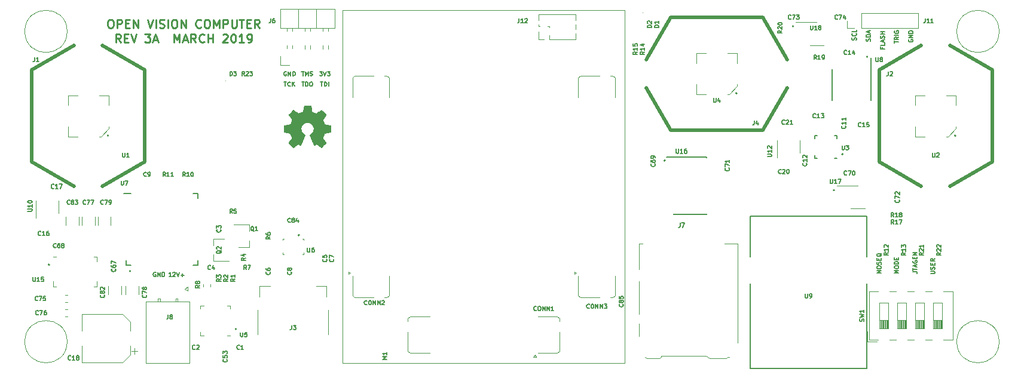
<source format=gbr>
G04 #@! TF.GenerationSoftware,KiCad,Pcbnew,5.1.0-unknown-9e240db~94~ubuntu18.04.1*
G04 #@! TF.CreationDate,2019-04-03T10:40:22+08:00*
G04 #@! TF.ProjectId,ovc3,6f766333-2e6b-4696-9361-645f70636258,rev?*
G04 #@! TF.SameCoordinates,Original*
G04 #@! TF.FileFunction,Legend,Top*
G04 #@! TF.FilePolarity,Positive*
%FSLAX46Y46*%
G04 Gerber Fmt 4.6, Leading zero omitted, Abs format (unit mm)*
G04 Created by KiCad (PCBNEW 5.1.0-unknown-9e240db~94~ubuntu18.04.1) date 2019-04-03 10:40:22*
%MOMM*%
%LPD*%
G04 APERTURE LIST*
%ADD10C,0.200000*%
%ADD11C,0.150000*%
%ADD12C,0.250000*%
%ADD13C,0.120000*%
%ADD14C,0.100000*%
%ADD15C,0.500000*%
%ADD16C,0.010000*%
G04 APERTURE END LIST*
D10*
X94000000Y-107000000D02*
G75*
G03X94000000Y-107000000I-100000J0D01*
G01*
X82500000Y-106100000D02*
G75*
G03X82500000Y-106100000I-100000J0D01*
G01*
X109000000Y-115200000D02*
G75*
G03X109000000Y-115200000I-100000J0D01*
G01*
X117900000Y-101900000D02*
G75*
G03X117900000Y-101900000I-100000J0D01*
G01*
X169700000Y-91300000D02*
G75*
G03X169700000Y-91300000I-100000J0D01*
G01*
X194900000Y-90400000D02*
G75*
G03X194900000Y-90400000I-100000J0D01*
G01*
X193700000Y-95500000D02*
G75*
G03X193700000Y-95500000I-100000J0D01*
G01*
X198400000Y-76600000D02*
G75*
G03X198400000Y-76600000I-100000J0D01*
G01*
X187900000Y-72300000D02*
G75*
G03X187900000Y-72300000I-100000J0D01*
G01*
D11*
X196742857Y-74240357D02*
X196771428Y-74154642D01*
X196771428Y-74011785D01*
X196742857Y-73954642D01*
X196714285Y-73926071D01*
X196657142Y-73897500D01*
X196600000Y-73897500D01*
X196542857Y-73926071D01*
X196514285Y-73954642D01*
X196485714Y-74011785D01*
X196457142Y-74126071D01*
X196428571Y-74183214D01*
X196400000Y-74211785D01*
X196342857Y-74240357D01*
X196285714Y-74240357D01*
X196228571Y-74211785D01*
X196200000Y-74183214D01*
X196171428Y-74126071D01*
X196171428Y-73983214D01*
X196200000Y-73897500D01*
X196714285Y-73297500D02*
X196742857Y-73326071D01*
X196771428Y-73411785D01*
X196771428Y-73468928D01*
X196742857Y-73554642D01*
X196685714Y-73611785D01*
X196628571Y-73640357D01*
X196514285Y-73668928D01*
X196428571Y-73668928D01*
X196314285Y-73640357D01*
X196257142Y-73611785D01*
X196200000Y-73554642D01*
X196171428Y-73468928D01*
X196171428Y-73411785D01*
X196200000Y-73326071D01*
X196228571Y-73297500D01*
X196771428Y-72754642D02*
X196771428Y-73040357D01*
X196171428Y-73040357D01*
X198742857Y-74368928D02*
X198771428Y-74283214D01*
X198771428Y-74140357D01*
X198742857Y-74083214D01*
X198714285Y-74054642D01*
X198657142Y-74026071D01*
X198600000Y-74026071D01*
X198542857Y-74054642D01*
X198514285Y-74083214D01*
X198485714Y-74140357D01*
X198457142Y-74254642D01*
X198428571Y-74311785D01*
X198400000Y-74340357D01*
X198342857Y-74368928D01*
X198285714Y-74368928D01*
X198228571Y-74340357D01*
X198200000Y-74311785D01*
X198171428Y-74254642D01*
X198171428Y-74111785D01*
X198200000Y-74026071D01*
X198771428Y-73768928D02*
X198171428Y-73768928D01*
X198171428Y-73626071D01*
X198200000Y-73540357D01*
X198257142Y-73483214D01*
X198314285Y-73454642D01*
X198428571Y-73426071D01*
X198514285Y-73426071D01*
X198628571Y-73454642D01*
X198685714Y-73483214D01*
X198742857Y-73540357D01*
X198771428Y-73626071D01*
X198771428Y-73768928D01*
X198600000Y-73197500D02*
X198600000Y-72911785D01*
X198771428Y-73254642D02*
X198171428Y-73054642D01*
X198771428Y-72854642D01*
X200457142Y-75268928D02*
X200457142Y-75468928D01*
X200771428Y-75468928D02*
X200171428Y-75468928D01*
X200171428Y-75183214D01*
X200771428Y-74668928D02*
X200771428Y-74954642D01*
X200171428Y-74954642D01*
X200600000Y-74497500D02*
X200600000Y-74211785D01*
X200771428Y-74554642D02*
X200171428Y-74354642D01*
X200771428Y-74154642D01*
X200742857Y-73983214D02*
X200771428Y-73897500D01*
X200771428Y-73754642D01*
X200742857Y-73697500D01*
X200714285Y-73668928D01*
X200657142Y-73640357D01*
X200600000Y-73640357D01*
X200542857Y-73668928D01*
X200514285Y-73697500D01*
X200485714Y-73754642D01*
X200457142Y-73868928D01*
X200428571Y-73926071D01*
X200400000Y-73954642D01*
X200342857Y-73983214D01*
X200285714Y-73983214D01*
X200228571Y-73954642D01*
X200200000Y-73926071D01*
X200171428Y-73868928D01*
X200171428Y-73726071D01*
X200200000Y-73640357D01*
X200771428Y-73383214D02*
X200171428Y-73383214D01*
X200457142Y-73383214D02*
X200457142Y-73040357D01*
X200771428Y-73040357D02*
X200171428Y-73040357D01*
X202171428Y-74683214D02*
X202171428Y-74340357D01*
X202771428Y-74511785D02*
X202171428Y-74511785D01*
X202771428Y-73797500D02*
X202485714Y-73997500D01*
X202771428Y-74140357D02*
X202171428Y-74140357D01*
X202171428Y-73911785D01*
X202200000Y-73854642D01*
X202228571Y-73826071D01*
X202285714Y-73797500D01*
X202371428Y-73797500D01*
X202428571Y-73826071D01*
X202457142Y-73854642D01*
X202485714Y-73911785D01*
X202485714Y-74140357D01*
X202771428Y-73540357D02*
X202171428Y-73540357D01*
X202200000Y-72940357D02*
X202171428Y-72997500D01*
X202171428Y-73083214D01*
X202200000Y-73168928D01*
X202257142Y-73226071D01*
X202314285Y-73254642D01*
X202428571Y-73283214D01*
X202514285Y-73283214D01*
X202628571Y-73254642D01*
X202685714Y-73226071D01*
X202742857Y-73168928D01*
X202771428Y-73083214D01*
X202771428Y-73026071D01*
X202742857Y-72940357D01*
X202714285Y-72911785D01*
X202514285Y-72911785D01*
X202514285Y-73026071D01*
X204200000Y-74168928D02*
X204171428Y-74226071D01*
X204171428Y-74311785D01*
X204200000Y-74397500D01*
X204257142Y-74454642D01*
X204314285Y-74483214D01*
X204428571Y-74511785D01*
X204514285Y-74511785D01*
X204628571Y-74483214D01*
X204685714Y-74454642D01*
X204742857Y-74397500D01*
X204771428Y-74311785D01*
X204771428Y-74254642D01*
X204742857Y-74168928D01*
X204714285Y-74140357D01*
X204514285Y-74140357D01*
X204514285Y-74254642D01*
X204771428Y-73883214D02*
X204171428Y-73883214D01*
X204771428Y-73540357D01*
X204171428Y-73540357D01*
X204771428Y-73254642D02*
X204171428Y-73254642D01*
X204171428Y-73111785D01*
X204200000Y-73026071D01*
X204257142Y-72968928D01*
X204314285Y-72940357D01*
X204428571Y-72911785D01*
X204514285Y-72911785D01*
X204628571Y-72940357D01*
X204685714Y-72968928D01*
X204742857Y-73026071D01*
X204771428Y-73111785D01*
X204771428Y-73254642D01*
X204771428Y-107085714D02*
X205200000Y-107085714D01*
X205285714Y-107114285D01*
X205342857Y-107171428D01*
X205371428Y-107257142D01*
X205371428Y-107314285D01*
X204771428Y-106885714D02*
X204771428Y-106542857D01*
X205371428Y-106714285D02*
X204771428Y-106714285D01*
X205200000Y-106371428D02*
X205200000Y-106085714D01*
X205371428Y-106428571D02*
X204771428Y-106228571D01*
X205371428Y-106028571D01*
X204800000Y-105514285D02*
X204771428Y-105571428D01*
X204771428Y-105657142D01*
X204800000Y-105742857D01*
X204857142Y-105800000D01*
X204914285Y-105828571D01*
X205028571Y-105857142D01*
X205114285Y-105857142D01*
X205228571Y-105828571D01*
X205285714Y-105800000D01*
X205342857Y-105742857D01*
X205371428Y-105657142D01*
X205371428Y-105600000D01*
X205342857Y-105514285D01*
X205314285Y-105485714D01*
X205114285Y-105485714D01*
X205114285Y-105600000D01*
X205057142Y-105228571D02*
X205057142Y-105028571D01*
X205371428Y-104942857D02*
X205371428Y-105228571D01*
X204771428Y-105228571D01*
X204771428Y-104942857D01*
X205371428Y-104685714D02*
X204771428Y-104685714D01*
X205371428Y-104342857D01*
X204771428Y-104342857D01*
X202771428Y-107285714D02*
X202171428Y-107285714D01*
X202600000Y-107085714D01*
X202171428Y-106885714D01*
X202771428Y-106885714D01*
X202171428Y-106485714D02*
X202171428Y-106371428D01*
X202200000Y-106314285D01*
X202257142Y-106257142D01*
X202371428Y-106228571D01*
X202571428Y-106228571D01*
X202685714Y-106257142D01*
X202742857Y-106314285D01*
X202771428Y-106371428D01*
X202771428Y-106485714D01*
X202742857Y-106542857D01*
X202685714Y-106600000D01*
X202571428Y-106628571D01*
X202371428Y-106628571D01*
X202257142Y-106600000D01*
X202200000Y-106542857D01*
X202171428Y-106485714D01*
X202771428Y-105971428D02*
X202171428Y-105971428D01*
X202171428Y-105828571D01*
X202200000Y-105742857D01*
X202257142Y-105685714D01*
X202314285Y-105657142D01*
X202428571Y-105628571D01*
X202514285Y-105628571D01*
X202628571Y-105657142D01*
X202685714Y-105685714D01*
X202742857Y-105742857D01*
X202771428Y-105828571D01*
X202771428Y-105971428D01*
X202457142Y-105371428D02*
X202457142Y-105171428D01*
X202771428Y-105085714D02*
X202771428Y-105371428D01*
X202171428Y-105371428D01*
X202171428Y-105085714D01*
X200271428Y-107257142D02*
X199671428Y-107257142D01*
X200271428Y-106914285D01*
X199671428Y-106914285D01*
X199671428Y-106514285D02*
X199671428Y-106400000D01*
X199700000Y-106342857D01*
X199757142Y-106285714D01*
X199871428Y-106257142D01*
X200071428Y-106257142D01*
X200185714Y-106285714D01*
X200242857Y-106342857D01*
X200271428Y-106400000D01*
X200271428Y-106514285D01*
X200242857Y-106571428D01*
X200185714Y-106628571D01*
X200071428Y-106657142D01*
X199871428Y-106657142D01*
X199757142Y-106628571D01*
X199700000Y-106571428D01*
X199671428Y-106514285D01*
X200242857Y-106028571D02*
X200271428Y-105942857D01*
X200271428Y-105800000D01*
X200242857Y-105742857D01*
X200214285Y-105714285D01*
X200157142Y-105685714D01*
X200100000Y-105685714D01*
X200042857Y-105714285D01*
X200014285Y-105742857D01*
X199985714Y-105800000D01*
X199957142Y-105914285D01*
X199928571Y-105971428D01*
X199900000Y-106000000D01*
X199842857Y-106028571D01*
X199785714Y-106028571D01*
X199728571Y-106000000D01*
X199700000Y-105971428D01*
X199671428Y-105914285D01*
X199671428Y-105771428D01*
X199700000Y-105685714D01*
X199957142Y-105428571D02*
X199957142Y-105228571D01*
X200271428Y-105142857D02*
X200271428Y-105428571D01*
X199671428Y-105428571D01*
X199671428Y-105142857D01*
X200328571Y-104485714D02*
X200300000Y-104542857D01*
X200242857Y-104600000D01*
X200157142Y-104685714D01*
X200128571Y-104742857D01*
X200128571Y-104800000D01*
X200271428Y-104771428D02*
X200242857Y-104828571D01*
X200185714Y-104885714D01*
X200071428Y-104914285D01*
X199871428Y-104914285D01*
X199757142Y-104885714D01*
X199700000Y-104828571D01*
X199671428Y-104771428D01*
X199671428Y-104657142D01*
X199700000Y-104600000D01*
X199757142Y-104542857D01*
X199871428Y-104514285D01*
X200071428Y-104514285D01*
X200185714Y-104542857D01*
X200242857Y-104600000D01*
X200271428Y-104657142D01*
X200271428Y-104771428D01*
X207271428Y-107328571D02*
X207757142Y-107328571D01*
X207814285Y-107300000D01*
X207842857Y-107271428D01*
X207871428Y-107214285D01*
X207871428Y-107100000D01*
X207842857Y-107042857D01*
X207814285Y-107014285D01*
X207757142Y-106985714D01*
X207271428Y-106985714D01*
X207842857Y-106728571D02*
X207871428Y-106642857D01*
X207871428Y-106500000D01*
X207842857Y-106442857D01*
X207814285Y-106414285D01*
X207757142Y-106385714D01*
X207700000Y-106385714D01*
X207642857Y-106414285D01*
X207614285Y-106442857D01*
X207585714Y-106500000D01*
X207557142Y-106614285D01*
X207528571Y-106671428D01*
X207500000Y-106700000D01*
X207442857Y-106728571D01*
X207385714Y-106728571D01*
X207328571Y-106700000D01*
X207300000Y-106671428D01*
X207271428Y-106614285D01*
X207271428Y-106471428D01*
X207300000Y-106385714D01*
X207557142Y-106128571D02*
X207557142Y-105928571D01*
X207871428Y-105842857D02*
X207871428Y-106128571D01*
X207271428Y-106128571D01*
X207271428Y-105842857D01*
X207871428Y-105242857D02*
X207585714Y-105442857D01*
X207871428Y-105585714D02*
X207271428Y-105585714D01*
X207271428Y-105357142D01*
X207300000Y-105300000D01*
X207328571Y-105271428D01*
X207385714Y-105242857D01*
X207471428Y-105242857D01*
X207528571Y-105271428D01*
X207557142Y-105300000D01*
X207585714Y-105357142D01*
X207585714Y-105585714D01*
X97542857Y-107200000D02*
X97485714Y-107171428D01*
X97400000Y-107171428D01*
X97314285Y-107200000D01*
X97257142Y-107257142D01*
X97228571Y-107314285D01*
X97200000Y-107428571D01*
X97200000Y-107514285D01*
X97228571Y-107628571D01*
X97257142Y-107685714D01*
X97314285Y-107742857D01*
X97400000Y-107771428D01*
X97457142Y-107771428D01*
X97542857Y-107742857D01*
X97571428Y-107714285D01*
X97571428Y-107514285D01*
X97457142Y-107514285D01*
X97828571Y-107771428D02*
X97828571Y-107171428D01*
X98171428Y-107771428D01*
X98171428Y-107171428D01*
X98457142Y-107771428D02*
X98457142Y-107171428D01*
X98600000Y-107171428D01*
X98685714Y-107200000D01*
X98742857Y-107257142D01*
X98771428Y-107314285D01*
X98800000Y-107428571D01*
X98800000Y-107514285D01*
X98771428Y-107628571D01*
X98742857Y-107685714D01*
X98685714Y-107742857D01*
X98600000Y-107771428D01*
X98457142Y-107771428D01*
X99757142Y-107771428D02*
X99414285Y-107771428D01*
X99585714Y-107771428D02*
X99585714Y-107171428D01*
X99528571Y-107257142D01*
X99471428Y-107314285D01*
X99414285Y-107342857D01*
X99985714Y-107228571D02*
X100014285Y-107200000D01*
X100071428Y-107171428D01*
X100214285Y-107171428D01*
X100271428Y-107200000D01*
X100300000Y-107228571D01*
X100328571Y-107285714D01*
X100328571Y-107342857D01*
X100300000Y-107428571D01*
X99957142Y-107771428D01*
X100328571Y-107771428D01*
X100500000Y-107171428D02*
X100700000Y-107771428D01*
X100900000Y-107171428D01*
X101100000Y-107542857D02*
X101557142Y-107542857D01*
X101328571Y-107771428D02*
X101328571Y-107314285D01*
D12*
X91042857Y-71317857D02*
X91271428Y-71317857D01*
X91385714Y-71375000D01*
X91500000Y-71489285D01*
X91557142Y-71717857D01*
X91557142Y-72117857D01*
X91500000Y-72346428D01*
X91385714Y-72460714D01*
X91271428Y-72517857D01*
X91042857Y-72517857D01*
X90928571Y-72460714D01*
X90814285Y-72346428D01*
X90757142Y-72117857D01*
X90757142Y-71717857D01*
X90814285Y-71489285D01*
X90928571Y-71375000D01*
X91042857Y-71317857D01*
X92071428Y-72517857D02*
X92071428Y-71317857D01*
X92528571Y-71317857D01*
X92642857Y-71375000D01*
X92700000Y-71432142D01*
X92757142Y-71546428D01*
X92757142Y-71717857D01*
X92700000Y-71832142D01*
X92642857Y-71889285D01*
X92528571Y-71946428D01*
X92071428Y-71946428D01*
X93271428Y-71889285D02*
X93671428Y-71889285D01*
X93842857Y-72517857D02*
X93271428Y-72517857D01*
X93271428Y-71317857D01*
X93842857Y-71317857D01*
X94357142Y-72517857D02*
X94357142Y-71317857D01*
X95042857Y-72517857D01*
X95042857Y-71317857D01*
X96357142Y-71317857D02*
X96757142Y-72517857D01*
X97157142Y-71317857D01*
X97557142Y-72517857D02*
X97557142Y-71317857D01*
X98071428Y-72460714D02*
X98242857Y-72517857D01*
X98528571Y-72517857D01*
X98642857Y-72460714D01*
X98700000Y-72403571D01*
X98757142Y-72289285D01*
X98757142Y-72175000D01*
X98700000Y-72060714D01*
X98642857Y-72003571D01*
X98528571Y-71946428D01*
X98300000Y-71889285D01*
X98185714Y-71832142D01*
X98128571Y-71775000D01*
X98071428Y-71660714D01*
X98071428Y-71546428D01*
X98128571Y-71432142D01*
X98185714Y-71375000D01*
X98300000Y-71317857D01*
X98585714Y-71317857D01*
X98757142Y-71375000D01*
X99271428Y-72517857D02*
X99271428Y-71317857D01*
X100071428Y-71317857D02*
X100300000Y-71317857D01*
X100414285Y-71375000D01*
X100528571Y-71489285D01*
X100585714Y-71717857D01*
X100585714Y-72117857D01*
X100528571Y-72346428D01*
X100414285Y-72460714D01*
X100300000Y-72517857D01*
X100071428Y-72517857D01*
X99957142Y-72460714D01*
X99842857Y-72346428D01*
X99785714Y-72117857D01*
X99785714Y-71717857D01*
X99842857Y-71489285D01*
X99957142Y-71375000D01*
X100071428Y-71317857D01*
X101100000Y-72517857D02*
X101100000Y-71317857D01*
X101785714Y-72517857D01*
X101785714Y-71317857D01*
X103957142Y-72403571D02*
X103900000Y-72460714D01*
X103728571Y-72517857D01*
X103614285Y-72517857D01*
X103442857Y-72460714D01*
X103328571Y-72346428D01*
X103271428Y-72232142D01*
X103214285Y-72003571D01*
X103214285Y-71832142D01*
X103271428Y-71603571D01*
X103328571Y-71489285D01*
X103442857Y-71375000D01*
X103614285Y-71317857D01*
X103728571Y-71317857D01*
X103900000Y-71375000D01*
X103957142Y-71432142D01*
X104700000Y-71317857D02*
X104928571Y-71317857D01*
X105042857Y-71375000D01*
X105157142Y-71489285D01*
X105214285Y-71717857D01*
X105214285Y-72117857D01*
X105157142Y-72346428D01*
X105042857Y-72460714D01*
X104928571Y-72517857D01*
X104700000Y-72517857D01*
X104585714Y-72460714D01*
X104471428Y-72346428D01*
X104414285Y-72117857D01*
X104414285Y-71717857D01*
X104471428Y-71489285D01*
X104585714Y-71375000D01*
X104700000Y-71317857D01*
X105728571Y-72517857D02*
X105728571Y-71317857D01*
X106128571Y-72175000D01*
X106528571Y-71317857D01*
X106528571Y-72517857D01*
X107100000Y-72517857D02*
X107100000Y-71317857D01*
X107557142Y-71317857D01*
X107671428Y-71375000D01*
X107728571Y-71432142D01*
X107785714Y-71546428D01*
X107785714Y-71717857D01*
X107728571Y-71832142D01*
X107671428Y-71889285D01*
X107557142Y-71946428D01*
X107100000Y-71946428D01*
X108300000Y-71317857D02*
X108300000Y-72289285D01*
X108357142Y-72403571D01*
X108414285Y-72460714D01*
X108528571Y-72517857D01*
X108757142Y-72517857D01*
X108871428Y-72460714D01*
X108928571Y-72403571D01*
X108985714Y-72289285D01*
X108985714Y-71317857D01*
X109385714Y-71317857D02*
X110071428Y-71317857D01*
X109728571Y-72517857D02*
X109728571Y-71317857D01*
X110471428Y-71889285D02*
X110871428Y-71889285D01*
X111042857Y-72517857D02*
X110471428Y-72517857D01*
X110471428Y-71317857D01*
X111042857Y-71317857D01*
X112242857Y-72517857D02*
X111842857Y-71946428D01*
X111557142Y-72517857D02*
X111557142Y-71317857D01*
X112014285Y-71317857D01*
X112128571Y-71375000D01*
X112185714Y-71432142D01*
X112242857Y-71546428D01*
X112242857Y-71717857D01*
X112185714Y-71832142D01*
X112128571Y-71889285D01*
X112014285Y-71946428D01*
X111557142Y-71946428D01*
X92585714Y-74567857D02*
X92185714Y-73996428D01*
X91900000Y-74567857D02*
X91900000Y-73367857D01*
X92357142Y-73367857D01*
X92471428Y-73425000D01*
X92528571Y-73482142D01*
X92585714Y-73596428D01*
X92585714Y-73767857D01*
X92528571Y-73882142D01*
X92471428Y-73939285D01*
X92357142Y-73996428D01*
X91900000Y-73996428D01*
X93100000Y-73939285D02*
X93500000Y-73939285D01*
X93671428Y-74567857D02*
X93100000Y-74567857D01*
X93100000Y-73367857D01*
X93671428Y-73367857D01*
X94014285Y-73367857D02*
X94414285Y-74567857D01*
X94814285Y-73367857D01*
X96014285Y-73367857D02*
X96757142Y-73367857D01*
X96357142Y-73825000D01*
X96528571Y-73825000D01*
X96642857Y-73882142D01*
X96700000Y-73939285D01*
X96757142Y-74053571D01*
X96757142Y-74339285D01*
X96700000Y-74453571D01*
X96642857Y-74510714D01*
X96528571Y-74567857D01*
X96185714Y-74567857D01*
X96071428Y-74510714D01*
X96014285Y-74453571D01*
X97214285Y-74225000D02*
X97785714Y-74225000D01*
X97100000Y-74567857D02*
X97500000Y-73367857D01*
X97900000Y-74567857D01*
X100128571Y-74567857D02*
X100128571Y-73367857D01*
X100528571Y-74225000D01*
X100928571Y-73367857D01*
X100928571Y-74567857D01*
X101442857Y-74225000D02*
X102014285Y-74225000D01*
X101328571Y-74567857D02*
X101728571Y-73367857D01*
X102128571Y-74567857D01*
X103214285Y-74567857D02*
X102814285Y-73996428D01*
X102528571Y-74567857D02*
X102528571Y-73367857D01*
X102985714Y-73367857D01*
X103100000Y-73425000D01*
X103157142Y-73482142D01*
X103214285Y-73596428D01*
X103214285Y-73767857D01*
X103157142Y-73882142D01*
X103100000Y-73939285D01*
X102985714Y-73996428D01*
X102528571Y-73996428D01*
X104414285Y-74453571D02*
X104357142Y-74510714D01*
X104185714Y-74567857D01*
X104071428Y-74567857D01*
X103900000Y-74510714D01*
X103785714Y-74396428D01*
X103728571Y-74282142D01*
X103671428Y-74053571D01*
X103671428Y-73882142D01*
X103728571Y-73653571D01*
X103785714Y-73539285D01*
X103900000Y-73425000D01*
X104071428Y-73367857D01*
X104185714Y-73367857D01*
X104357142Y-73425000D01*
X104414285Y-73482142D01*
X104928571Y-74567857D02*
X104928571Y-73367857D01*
X104928571Y-73939285D02*
X105614285Y-73939285D01*
X105614285Y-74567857D02*
X105614285Y-73367857D01*
X107042857Y-73482142D02*
X107100000Y-73425000D01*
X107214285Y-73367857D01*
X107500000Y-73367857D01*
X107614285Y-73425000D01*
X107671428Y-73482142D01*
X107728571Y-73596428D01*
X107728571Y-73710714D01*
X107671428Y-73882142D01*
X106985714Y-74567857D01*
X107728571Y-74567857D01*
X108471428Y-73367857D02*
X108585714Y-73367857D01*
X108700000Y-73425000D01*
X108757142Y-73482142D01*
X108814285Y-73596428D01*
X108871428Y-73825000D01*
X108871428Y-74110714D01*
X108814285Y-74339285D01*
X108757142Y-74453571D01*
X108700000Y-74510714D01*
X108585714Y-74567857D01*
X108471428Y-74567857D01*
X108357142Y-74510714D01*
X108300000Y-74453571D01*
X108242857Y-74339285D01*
X108185714Y-74110714D01*
X108185714Y-73825000D01*
X108242857Y-73596428D01*
X108300000Y-73482142D01*
X108357142Y-73425000D01*
X108471428Y-73367857D01*
X110014285Y-74567857D02*
X109328571Y-74567857D01*
X109671428Y-74567857D02*
X109671428Y-73367857D01*
X109557142Y-73539285D01*
X109442857Y-73653571D01*
X109328571Y-73710714D01*
X110585714Y-74567857D02*
X110814285Y-74567857D01*
X110928571Y-74510714D01*
X110985714Y-74453571D01*
X111100000Y-74282142D01*
X111157142Y-74053571D01*
X111157142Y-73596428D01*
X111100000Y-73482142D01*
X111042857Y-73425000D01*
X110928571Y-73367857D01*
X110700000Y-73367857D01*
X110585714Y-73425000D01*
X110528571Y-73482142D01*
X110471428Y-73596428D01*
X110471428Y-73882142D01*
X110528571Y-73996428D01*
X110585714Y-74053571D01*
X110700000Y-74110714D01*
X110928571Y-74110714D01*
X111042857Y-74053571D01*
X111100000Y-73996428D01*
X111157142Y-73882142D01*
D11*
X158957142Y-112214285D02*
X158928571Y-112242857D01*
X158842857Y-112271428D01*
X158785714Y-112271428D01*
X158700000Y-112242857D01*
X158642857Y-112185714D01*
X158614285Y-112128571D01*
X158585714Y-112014285D01*
X158585714Y-111928571D01*
X158614285Y-111814285D01*
X158642857Y-111757142D01*
X158700000Y-111700000D01*
X158785714Y-111671428D01*
X158842857Y-111671428D01*
X158928571Y-111700000D01*
X158957142Y-111728571D01*
X159328571Y-111671428D02*
X159442857Y-111671428D01*
X159500000Y-111700000D01*
X159557142Y-111757142D01*
X159585714Y-111871428D01*
X159585714Y-112071428D01*
X159557142Y-112185714D01*
X159500000Y-112242857D01*
X159442857Y-112271428D01*
X159328571Y-112271428D01*
X159271428Y-112242857D01*
X159214285Y-112185714D01*
X159185714Y-112071428D01*
X159185714Y-111871428D01*
X159214285Y-111757142D01*
X159271428Y-111700000D01*
X159328571Y-111671428D01*
X159842857Y-112271428D02*
X159842857Y-111671428D01*
X160185714Y-112271428D01*
X160185714Y-111671428D01*
X160471428Y-112271428D02*
X160471428Y-111671428D01*
X160814285Y-112271428D01*
X160814285Y-111671428D01*
X161042857Y-111671428D02*
X161414285Y-111671428D01*
X161214285Y-111900000D01*
X161300000Y-111900000D01*
X161357142Y-111928571D01*
X161385714Y-111957142D01*
X161414285Y-112014285D01*
X161414285Y-112157142D01*
X161385714Y-112214285D01*
X161357142Y-112242857D01*
X161300000Y-112271428D01*
X161128571Y-112271428D01*
X161071428Y-112242857D01*
X161042857Y-112214285D01*
X127457142Y-111714285D02*
X127428571Y-111742857D01*
X127342857Y-111771428D01*
X127285714Y-111771428D01*
X127200000Y-111742857D01*
X127142857Y-111685714D01*
X127114285Y-111628571D01*
X127085714Y-111514285D01*
X127085714Y-111428571D01*
X127114285Y-111314285D01*
X127142857Y-111257142D01*
X127200000Y-111200000D01*
X127285714Y-111171428D01*
X127342857Y-111171428D01*
X127428571Y-111200000D01*
X127457142Y-111228571D01*
X127828571Y-111171428D02*
X127942857Y-111171428D01*
X128000000Y-111200000D01*
X128057142Y-111257142D01*
X128085714Y-111371428D01*
X128085714Y-111571428D01*
X128057142Y-111685714D01*
X128000000Y-111742857D01*
X127942857Y-111771428D01*
X127828571Y-111771428D01*
X127771428Y-111742857D01*
X127714285Y-111685714D01*
X127685714Y-111571428D01*
X127685714Y-111371428D01*
X127714285Y-111257142D01*
X127771428Y-111200000D01*
X127828571Y-111171428D01*
X128342857Y-111771428D02*
X128342857Y-111171428D01*
X128685714Y-111771428D01*
X128685714Y-111171428D01*
X128971428Y-111771428D02*
X128971428Y-111171428D01*
X129314285Y-111771428D01*
X129314285Y-111171428D01*
X129571428Y-111228571D02*
X129600000Y-111200000D01*
X129657142Y-111171428D01*
X129800000Y-111171428D01*
X129857142Y-111200000D01*
X129885714Y-111228571D01*
X129914285Y-111285714D01*
X129914285Y-111342857D01*
X129885714Y-111428571D01*
X129542857Y-111771428D01*
X129914285Y-111771428D01*
X151457142Y-112514285D02*
X151428571Y-112542857D01*
X151342857Y-112571428D01*
X151285714Y-112571428D01*
X151200000Y-112542857D01*
X151142857Y-112485714D01*
X151114285Y-112428571D01*
X151085714Y-112314285D01*
X151085714Y-112228571D01*
X151114285Y-112114285D01*
X151142857Y-112057142D01*
X151200000Y-112000000D01*
X151285714Y-111971428D01*
X151342857Y-111971428D01*
X151428571Y-112000000D01*
X151457142Y-112028571D01*
X151828571Y-111971428D02*
X151942857Y-111971428D01*
X152000000Y-112000000D01*
X152057142Y-112057142D01*
X152085714Y-112171428D01*
X152085714Y-112371428D01*
X152057142Y-112485714D01*
X152000000Y-112542857D01*
X151942857Y-112571428D01*
X151828571Y-112571428D01*
X151771428Y-112542857D01*
X151714285Y-112485714D01*
X151685714Y-112371428D01*
X151685714Y-112171428D01*
X151714285Y-112057142D01*
X151771428Y-112000000D01*
X151828571Y-111971428D01*
X152342857Y-112571428D02*
X152342857Y-111971428D01*
X152685714Y-112571428D01*
X152685714Y-111971428D01*
X152971428Y-112571428D02*
X152971428Y-111971428D01*
X153314285Y-112571428D01*
X153314285Y-111971428D01*
X153914285Y-112571428D02*
X153571428Y-112571428D01*
X153742857Y-112571428D02*
X153742857Y-111971428D01*
X153685714Y-112057142D01*
X153628571Y-112114285D01*
X153571428Y-112142857D01*
X115728571Y-80171428D02*
X116071428Y-80171428D01*
X115900000Y-80771428D02*
X115900000Y-80171428D01*
X116614285Y-80714285D02*
X116585714Y-80742857D01*
X116500000Y-80771428D01*
X116442857Y-80771428D01*
X116357142Y-80742857D01*
X116300000Y-80685714D01*
X116271428Y-80628571D01*
X116242857Y-80514285D01*
X116242857Y-80428571D01*
X116271428Y-80314285D01*
X116300000Y-80257142D01*
X116357142Y-80200000D01*
X116442857Y-80171428D01*
X116500000Y-80171428D01*
X116585714Y-80200000D01*
X116614285Y-80228571D01*
X116871428Y-80771428D02*
X116871428Y-80171428D01*
X117214285Y-80771428D02*
X116957142Y-80428571D01*
X117214285Y-80171428D02*
X116871428Y-80514285D01*
X118214285Y-80171428D02*
X118557142Y-80171428D01*
X118385714Y-80771428D02*
X118385714Y-80171428D01*
X118757142Y-80771428D02*
X118757142Y-80171428D01*
X118900000Y-80171428D01*
X118985714Y-80200000D01*
X119042857Y-80257142D01*
X119071428Y-80314285D01*
X119100000Y-80428571D01*
X119100000Y-80514285D01*
X119071428Y-80628571D01*
X119042857Y-80685714D01*
X118985714Y-80742857D01*
X118900000Y-80771428D01*
X118757142Y-80771428D01*
X119471428Y-80171428D02*
X119585714Y-80171428D01*
X119642857Y-80200000D01*
X119700000Y-80257142D01*
X119728571Y-80371428D01*
X119728571Y-80571428D01*
X119700000Y-80685714D01*
X119642857Y-80742857D01*
X119585714Y-80771428D01*
X119471428Y-80771428D01*
X119414285Y-80742857D01*
X119357142Y-80685714D01*
X119328571Y-80571428D01*
X119328571Y-80371428D01*
X119357142Y-80257142D01*
X119414285Y-80200000D01*
X119471428Y-80171428D01*
X116042857Y-78700000D02*
X115985714Y-78671428D01*
X115900000Y-78671428D01*
X115814285Y-78700000D01*
X115757142Y-78757142D01*
X115728571Y-78814285D01*
X115700000Y-78928571D01*
X115700000Y-79014285D01*
X115728571Y-79128571D01*
X115757142Y-79185714D01*
X115814285Y-79242857D01*
X115900000Y-79271428D01*
X115957142Y-79271428D01*
X116042857Y-79242857D01*
X116071428Y-79214285D01*
X116071428Y-79014285D01*
X115957142Y-79014285D01*
X116328571Y-79271428D02*
X116328571Y-78671428D01*
X116671428Y-79271428D01*
X116671428Y-78671428D01*
X116957142Y-79271428D02*
X116957142Y-78671428D01*
X117100000Y-78671428D01*
X117185714Y-78700000D01*
X117242857Y-78757142D01*
X117271428Y-78814285D01*
X117300000Y-78928571D01*
X117300000Y-79014285D01*
X117271428Y-79128571D01*
X117242857Y-79185714D01*
X117185714Y-79242857D01*
X117100000Y-79271428D01*
X116957142Y-79271428D01*
X120885714Y-80171428D02*
X121228571Y-80171428D01*
X121057142Y-80771428D02*
X121057142Y-80171428D01*
X121428571Y-80771428D02*
X121428571Y-80171428D01*
X121571428Y-80171428D01*
X121657142Y-80200000D01*
X121714285Y-80257142D01*
X121742857Y-80314285D01*
X121771428Y-80428571D01*
X121771428Y-80514285D01*
X121742857Y-80628571D01*
X121714285Y-80685714D01*
X121657142Y-80742857D01*
X121571428Y-80771428D01*
X121428571Y-80771428D01*
X122028571Y-80771428D02*
X122028571Y-80171428D01*
X118200000Y-78671428D02*
X118542857Y-78671428D01*
X118371428Y-79271428D02*
X118371428Y-78671428D01*
X118742857Y-79271428D02*
X118742857Y-78671428D01*
X118942857Y-79100000D01*
X119142857Y-78671428D01*
X119142857Y-79271428D01*
X119400000Y-79242857D02*
X119485714Y-79271428D01*
X119628571Y-79271428D01*
X119685714Y-79242857D01*
X119714285Y-79214285D01*
X119742857Y-79157142D01*
X119742857Y-79100000D01*
X119714285Y-79042857D01*
X119685714Y-79014285D01*
X119628571Y-78985714D01*
X119514285Y-78957142D01*
X119457142Y-78928571D01*
X119428571Y-78900000D01*
X119400000Y-78842857D01*
X119400000Y-78785714D01*
X119428571Y-78728571D01*
X119457142Y-78700000D01*
X119514285Y-78671428D01*
X119657142Y-78671428D01*
X119742857Y-78700000D01*
X120757142Y-78671428D02*
X121128571Y-78671428D01*
X120928571Y-78900000D01*
X121014285Y-78900000D01*
X121071428Y-78928571D01*
X121100000Y-78957142D01*
X121128571Y-79014285D01*
X121128571Y-79157142D01*
X121100000Y-79214285D01*
X121071428Y-79242857D01*
X121014285Y-79271428D01*
X120842857Y-79271428D01*
X120785714Y-79242857D01*
X120757142Y-79214285D01*
X121300000Y-78671428D02*
X121500000Y-79271428D01*
X121700000Y-78671428D01*
X121842857Y-78671428D02*
X122214285Y-78671428D01*
X122014285Y-78900000D01*
X122100000Y-78900000D01*
X122157142Y-78928571D01*
X122185714Y-78957142D01*
X122214285Y-79014285D01*
X122214285Y-79157142D01*
X122185714Y-79214285D01*
X122157142Y-79242857D01*
X122100000Y-79271428D01*
X121928571Y-79271428D01*
X121871428Y-79242857D01*
X121842857Y-79214285D01*
D13*
X217000000Y-73000000D02*
G75*
G03X217000000Y-73000000I-3000000J0D01*
G01*
X217000000Y-117000000D02*
G75*
G03X217000000Y-117000000I-3000000J0D01*
G01*
X85000000Y-117000000D02*
G75*
G03X85000000Y-117000000I-3000000J0D01*
G01*
X85000000Y-73000000D02*
G75*
G03X85000000Y-73000000I-3000000J0D01*
G01*
X115230000Y-77770000D02*
X115230000Y-76500000D01*
X116500000Y-77770000D02*
X115230000Y-77770000D01*
X121960000Y-75457071D02*
X121960000Y-75002929D01*
X121200000Y-75457071D02*
X121200000Y-75002929D01*
X121960000Y-72917071D02*
X121960000Y-72520000D01*
X121200000Y-72917071D02*
X121200000Y-72520000D01*
X120310000Y-72520000D02*
X120310000Y-69860000D01*
X119420000Y-75457071D02*
X119420000Y-75002929D01*
X118660000Y-75457071D02*
X118660000Y-75002929D01*
X119420000Y-72917071D02*
X119420000Y-72520000D01*
X118660000Y-72917071D02*
X118660000Y-72520000D01*
X117770000Y-72520000D02*
X117770000Y-69860000D01*
X116880000Y-75390000D02*
X116880000Y-75002929D01*
X116120000Y-75390000D02*
X116120000Y-75002929D01*
X116880000Y-72917071D02*
X116880000Y-72520000D01*
X116120000Y-72917071D02*
X116120000Y-72520000D01*
X115170000Y-69860000D02*
X115170000Y-72520000D01*
X122910000Y-69860000D02*
X115170000Y-69860000D01*
X122910000Y-72520000D02*
X122910000Y-69860000D01*
X115170000Y-72520000D02*
X122910000Y-72520000D01*
X94543750Y-118741250D02*
X94543750Y-117953750D01*
X94937500Y-118347500D02*
X94150000Y-118347500D01*
X93910000Y-114154437D02*
X92845563Y-113090000D01*
X93910000Y-118845563D02*
X92845563Y-119910000D01*
X93910000Y-118845563D02*
X93910000Y-117560000D01*
X93910000Y-114154437D02*
X93910000Y-115440000D01*
X92845563Y-113090000D02*
X87090000Y-113090000D01*
X92845563Y-119910000D02*
X87090000Y-119910000D01*
X87090000Y-119910000D02*
X87090000Y-117560000D01*
X87090000Y-113090000D02*
X87090000Y-115440000D01*
X124000000Y-70000000D02*
X164000000Y-70000000D01*
X164000000Y-70000000D02*
X164000000Y-120000000D01*
X164000000Y-120000000D02*
X124000000Y-120000000D01*
X124000000Y-120000000D02*
X124000000Y-70000000D01*
X156857157Y-107450000D02*
X156857157Y-107050000D01*
X157400000Y-107660000D02*
X157400000Y-110435000D01*
X162300000Y-79265000D02*
X162600000Y-79565000D01*
X162600000Y-79565000D02*
X162600000Y-82340000D01*
X157400000Y-110435000D02*
X157700000Y-110735000D01*
X157140000Y-107250000D02*
X156857157Y-107450000D01*
X157400000Y-79565000D02*
X157700000Y-79265000D01*
X162600000Y-110435000D02*
X162600000Y-107660000D01*
X157700000Y-79265000D02*
X160376954Y-79265000D01*
X162300000Y-110735000D02*
X162600000Y-110435000D01*
X156857157Y-107050000D02*
X157140000Y-107250000D01*
X161923046Y-110735000D02*
X162300000Y-110735000D01*
X161923046Y-79265000D02*
X162300000Y-79265000D01*
X157700000Y-110735000D02*
X160376954Y-110735000D01*
X157400000Y-82340000D02*
X157400000Y-79565000D01*
X125700000Y-79265000D02*
X128376954Y-79265000D01*
X125400000Y-107660000D02*
X125400000Y-110435000D01*
X124857157Y-107450000D02*
X124857157Y-107050000D01*
X124857157Y-107050000D02*
X125140000Y-107250000D01*
X125400000Y-79565000D02*
X125700000Y-79265000D01*
X130600000Y-79565000D02*
X130600000Y-82340000D01*
X129923046Y-110735000D02*
X130300000Y-110735000D01*
X125400000Y-82340000D02*
X125400000Y-79565000D01*
X129923046Y-79265000D02*
X130300000Y-79265000D01*
X125700000Y-110735000D02*
X128376954Y-110735000D01*
X125140000Y-107250000D02*
X124857157Y-107450000D01*
X125400000Y-110435000D02*
X125700000Y-110735000D01*
X130600000Y-110435000D02*
X130600000Y-107660000D01*
X130300000Y-79265000D02*
X130600000Y-79565000D01*
X130300000Y-110735000D02*
X130600000Y-110435000D01*
X133565000Y-113400000D02*
X136340000Y-113400000D01*
X133265000Y-113700000D02*
X133565000Y-113400000D01*
X133265000Y-114076954D02*
X133265000Y-113700000D01*
X154435000Y-113400000D02*
X151660000Y-113400000D01*
X136340000Y-118600000D02*
X133565000Y-118600000D01*
X154735000Y-118300000D02*
X154735000Y-115623046D01*
X154435000Y-118600000D02*
X154735000Y-118300000D01*
X151660000Y-118600000D02*
X154435000Y-118600000D01*
X151050000Y-119142843D02*
X151250000Y-118860000D01*
X151450000Y-119142843D02*
X151050000Y-119142843D01*
X151250000Y-118860000D02*
X151450000Y-119142843D01*
X154735000Y-113700000D02*
X154435000Y-113400000D01*
X154735000Y-114076954D02*
X154735000Y-113700000D01*
X133265000Y-118300000D02*
X133265000Y-115623046D01*
X133565000Y-118600000D02*
X133265000Y-118300000D01*
X151740000Y-74130000D02*
X151740000Y-73000000D01*
X152500000Y-74130000D02*
X151740000Y-74130000D01*
X151805000Y-71422470D02*
X151805000Y-70600000D01*
X151805000Y-72240000D02*
X151805000Y-72037530D01*
X151936529Y-72240000D02*
X151805000Y-72240000D01*
X153206529Y-72240000D02*
X153063471Y-72240000D01*
X153260000Y-72436529D02*
X153260000Y-72293471D01*
X153260000Y-74130000D02*
X153260000Y-73563471D01*
X151805000Y-70600000D02*
X157005000Y-70600000D01*
X153260000Y-74130000D02*
X157005000Y-74130000D01*
X157005000Y-72692470D02*
X157005000Y-72037530D01*
X157005000Y-71422470D02*
X157005000Y-70600000D01*
X157005000Y-74130000D02*
X157005000Y-73307530D01*
D14*
X107460000Y-80000000D02*
G75*
G03X107460000Y-80000000I-50000J0D01*
G01*
D13*
X207675000Y-113908333D02*
X208945000Y-113908333D01*
X208875000Y-115115000D02*
X208875000Y-113908333D01*
X208755000Y-115115000D02*
X208755000Y-113908333D01*
X208635000Y-115115000D02*
X208635000Y-113908333D01*
X208515000Y-115115000D02*
X208515000Y-113908333D01*
X208395000Y-115115000D02*
X208395000Y-113908333D01*
X208275000Y-115115000D02*
X208275000Y-113908333D01*
X208155000Y-115115000D02*
X208155000Y-113908333D01*
X208035000Y-115115000D02*
X208035000Y-113908333D01*
X207915000Y-115115000D02*
X207915000Y-113908333D01*
X207795000Y-115115000D02*
X207795000Y-113908333D01*
X207675000Y-111495000D02*
X207675000Y-115115000D01*
X208945000Y-111495000D02*
X207675000Y-111495000D01*
X208945000Y-115115000D02*
X208945000Y-111495000D01*
X207675000Y-115115000D02*
X208945000Y-115115000D01*
X205135000Y-113908333D02*
X206405000Y-113908333D01*
X206335000Y-115115000D02*
X206335000Y-113908333D01*
X206215000Y-115115000D02*
X206215000Y-113908333D01*
X206095000Y-115115000D02*
X206095000Y-113908333D01*
X205975000Y-115115000D02*
X205975000Y-113908333D01*
X205855000Y-115115000D02*
X205855000Y-113908333D01*
X205735000Y-115115000D02*
X205735000Y-113908333D01*
X205615000Y-115115000D02*
X205615000Y-113908333D01*
X205495000Y-115115000D02*
X205495000Y-113908333D01*
X205375000Y-115115000D02*
X205375000Y-113908333D01*
X205255000Y-115115000D02*
X205255000Y-113908333D01*
X205135000Y-111495000D02*
X205135000Y-115115000D01*
X206405000Y-111495000D02*
X205135000Y-111495000D01*
X206405000Y-115115000D02*
X206405000Y-111495000D01*
X205135000Y-115115000D02*
X206405000Y-115115000D01*
X202595000Y-113908333D02*
X203865000Y-113908333D01*
X203795000Y-115115000D02*
X203795000Y-113908333D01*
X203675000Y-115115000D02*
X203675000Y-113908333D01*
X203555000Y-115115000D02*
X203555000Y-113908333D01*
X203435000Y-115115000D02*
X203435000Y-113908333D01*
X203315000Y-115115000D02*
X203315000Y-113908333D01*
X203195000Y-115115000D02*
X203195000Y-113908333D01*
X203075000Y-115115000D02*
X203075000Y-113908333D01*
X202955000Y-115115000D02*
X202955000Y-113908333D01*
X202835000Y-115115000D02*
X202835000Y-113908333D01*
X202715000Y-115115000D02*
X202715000Y-113908333D01*
X202595000Y-111495000D02*
X202595000Y-115115000D01*
X203865000Y-111495000D02*
X202595000Y-111495000D01*
X203865000Y-115115000D02*
X203865000Y-111495000D01*
X202595000Y-115115000D02*
X203865000Y-115115000D01*
X200055000Y-113908333D02*
X201325000Y-113908333D01*
X201255000Y-115115000D02*
X201255000Y-113908333D01*
X201135000Y-115115000D02*
X201135000Y-113908333D01*
X201015000Y-115115000D02*
X201015000Y-113908333D01*
X200895000Y-115115000D02*
X200895000Y-113908333D01*
X200775000Y-115115000D02*
X200775000Y-113908333D01*
X200655000Y-115115000D02*
X200655000Y-113908333D01*
X200535000Y-115115000D02*
X200535000Y-113908333D01*
X200415000Y-115115000D02*
X200415000Y-113908333D01*
X200295000Y-115115000D02*
X200295000Y-113908333D01*
X200175000Y-115115000D02*
X200175000Y-113908333D01*
X200055000Y-111495000D02*
X200055000Y-115115000D01*
X201325000Y-111495000D02*
X200055000Y-111495000D01*
X201325000Y-115115000D02*
X201325000Y-111495000D01*
X200055000Y-115115000D02*
X201325000Y-115115000D01*
X198340000Y-116955000D02*
X199723000Y-116955000D01*
X198340000Y-116955000D02*
X198340000Y-115572000D01*
X201490000Y-109895000D02*
X202430000Y-109895000D01*
X198580000Y-109895000D02*
X199890000Y-109895000D01*
X204030000Y-109895000D02*
X204970000Y-109895000D01*
X206570000Y-109895000D02*
X207510000Y-109895000D01*
X209110000Y-109895000D02*
X210420000Y-109895000D01*
X209110000Y-116715000D02*
X210420000Y-116715000D01*
X206570000Y-116715000D02*
X207510000Y-116715000D01*
X204030000Y-116715000D02*
X204970000Y-116715000D01*
X201490000Y-116715000D02*
X202430000Y-116715000D01*
X198580000Y-116715000D02*
X199890000Y-116715000D01*
X210420000Y-116715000D02*
X210420000Y-109895000D01*
X198580000Y-116715000D02*
X198580000Y-109895000D01*
X82990000Y-109160000D02*
X82990000Y-108435000D01*
X82990000Y-104940000D02*
X83440000Y-104940000D01*
X82990000Y-109160000D02*
X83440000Y-109160000D01*
X89210000Y-109160000D02*
X88760000Y-109160000D01*
X89210000Y-104940000D02*
X88760000Y-104940000D01*
X89210000Y-104940000D02*
X89210000Y-105665000D01*
X89210000Y-108435000D02*
X89210000Y-109160000D01*
X86660000Y-100502064D02*
X86660000Y-99297936D01*
X84840000Y-100502064D02*
X84840000Y-99297936D01*
X90840000Y-109097936D02*
X90840000Y-110302064D01*
X92660000Y-109097936D02*
X92660000Y-110302064D01*
X91160000Y-100502064D02*
X91160000Y-99297936D01*
X89340000Y-100502064D02*
X89340000Y-99297936D01*
X93290000Y-109097936D02*
X93290000Y-110302064D01*
X95110000Y-109097936D02*
X95110000Y-110302064D01*
X88910000Y-100502064D02*
X88910000Y-99297936D01*
X87090000Y-100502064D02*
X87090000Y-99297936D01*
X84737221Y-113460000D02*
X85062779Y-113460000D01*
X84737221Y-112440000D02*
X85062779Y-112440000D01*
X84737221Y-111360000D02*
X85062779Y-111360000D01*
X84737221Y-110340000D02*
X85062779Y-110340000D01*
X195440000Y-72560000D02*
X195440000Y-71500000D01*
X196500000Y-72560000D02*
X195440000Y-72560000D01*
X197500000Y-72560000D02*
X197500000Y-70440000D01*
X197500000Y-70440000D02*
X205560000Y-70440000D01*
X197500000Y-72560000D02*
X205560000Y-72560000D01*
X205560000Y-72560000D02*
X205560000Y-70440000D01*
D11*
X198870000Y-76795000D02*
X198870000Y-82770000D01*
X193345000Y-78370000D02*
X193345000Y-82770000D01*
D15*
X200000000Y-91500000D02*
X200000000Y-78500000D01*
X200000000Y-78500000D02*
X206000000Y-75000000D01*
X206000000Y-95000000D02*
X200000000Y-91500000D01*
X210000000Y-75000000D02*
X216000000Y-78500000D01*
X216000000Y-78500000D02*
X216000000Y-91500000D01*
X216000000Y-91500000D02*
X210000000Y-95000000D01*
D10*
X210872500Y-87782500D02*
G75*
G03X210872500Y-87782500I-100000J0D01*
G01*
D13*
X210892500Y-86782500D02*
X210892500Y-86511250D01*
X209772500Y-87902500D02*
X210892500Y-86782500D01*
X209506250Y-87902500D02*
X209772500Y-87902500D01*
X210892500Y-82097500D02*
X210892500Y-83488750D01*
X209506250Y-82097500D02*
X210892500Y-82097500D01*
X205107500Y-87902500D02*
X205107500Y-86511250D01*
X206493750Y-87902500D02*
X205107500Y-87902500D01*
X205107500Y-82097500D02*
X205107500Y-83488750D01*
X206493750Y-82097500D02*
X205107500Y-82097500D01*
X205107500Y-87902500D02*
X205107500Y-86511250D01*
X206493750Y-87902500D02*
X205107500Y-87902500D01*
X205107500Y-87902500D02*
X205107500Y-86511250D01*
X206493750Y-87902500D02*
X205107500Y-87902500D01*
X197000000Y-94880000D02*
X194000000Y-94880000D01*
X198000000Y-98120000D02*
X196000000Y-98120000D01*
X191175000Y-71710000D02*
X188175000Y-71710000D01*
X192175000Y-74950000D02*
X190175000Y-74950000D01*
D11*
X170925000Y-98925000D02*
X175575000Y-98925000D01*
X169850000Y-90825000D02*
X175575000Y-90825000D01*
X170925000Y-98925000D02*
X170925000Y-98900000D01*
X175575000Y-98925000D02*
X175575000Y-98900000D01*
X175575000Y-90875000D02*
X175575000Y-90900000D01*
D13*
X102034264Y-109200000D02*
X101610000Y-109500000D01*
X102034264Y-109800000D02*
X102034264Y-109200000D01*
X101610000Y-109500000D02*
X102034264Y-109800000D01*
X97850000Y-110860000D02*
X97850000Y-111310000D01*
X98150000Y-110860000D02*
X97850000Y-110860000D01*
X98150000Y-111310000D02*
X98150000Y-110860000D01*
X97850000Y-111310000D02*
X98150000Y-111310000D01*
X100350000Y-110860000D02*
X100350000Y-111310000D01*
X100650000Y-110860000D02*
X100350000Y-110860000D01*
X100650000Y-111310000D02*
X100650000Y-110860000D01*
X100350000Y-111310000D02*
X100650000Y-111310000D01*
X102330000Y-119990000D02*
X102330000Y-111310000D01*
X96170000Y-119990000D02*
X102330000Y-119990000D01*
X96170000Y-111310000D02*
X96170000Y-119990000D01*
X102330000Y-111310000D02*
X96170000Y-111310000D01*
X178075000Y-103115000D02*
X179995000Y-103115000D01*
X179995000Y-103115000D02*
X179995000Y-117125000D01*
X166475000Y-103115000D02*
X166025000Y-103115000D01*
X166025000Y-103115000D02*
X166025000Y-106725000D01*
X178315000Y-119385000D02*
X176005000Y-119385000D01*
X167055000Y-119385000D02*
X168915000Y-119385000D01*
X167055000Y-119385000D02*
X166855000Y-119185000D01*
X166025000Y-108425000D02*
X166025000Y-113125000D01*
X166025000Y-114425000D02*
X166025000Y-116225000D01*
X169125000Y-119035000D02*
X175495000Y-119035000D01*
X169125000Y-119035000D02*
X169125000Y-119185000D01*
X168915000Y-119385000D02*
X169125000Y-119185000D01*
X178315000Y-119385000D02*
X178515000Y-119185000D01*
X178515000Y-119185000D02*
X178775000Y-119185000D01*
X176005000Y-119385000D02*
X175495000Y-119035000D01*
D14*
X165550000Y-70410000D02*
G75*
G03X165550000Y-70410000I-50000J0D01*
G01*
X166550000Y-70410000D02*
G75*
G03X166550000Y-70410000I-50000J0D01*
G01*
D10*
X179872500Y-81782500D02*
G75*
G03X179872500Y-81782500I-100000J0D01*
G01*
D13*
X179892500Y-80782500D02*
X179892500Y-80511250D01*
X178772500Y-81902500D02*
X179892500Y-80782500D01*
X178506250Y-81902500D02*
X178772500Y-81902500D01*
X179892500Y-76097500D02*
X179892500Y-77488750D01*
X178506250Y-76097500D02*
X179892500Y-76097500D01*
X174107500Y-81902500D02*
X174107500Y-80511250D01*
X175493750Y-81902500D02*
X174107500Y-81902500D01*
X174107500Y-76097500D02*
X174107500Y-77488750D01*
X175493750Y-76097500D02*
X174107500Y-76097500D01*
X174107500Y-81902500D02*
X174107500Y-80511250D01*
X175493750Y-81902500D02*
X174107500Y-81902500D01*
X174107500Y-81902500D02*
X174107500Y-80511250D01*
X175493750Y-81902500D02*
X174107500Y-81902500D01*
X185590000Y-88450000D02*
X185590000Y-90900000D01*
X188810000Y-90250000D02*
X188810000Y-88450000D01*
X83769645Y-98777240D02*
X83769645Y-96977240D01*
X80549645Y-96977240D02*
X80549645Y-99427240D01*
D11*
X198255000Y-120795000D02*
X181745000Y-120795000D01*
X181745000Y-120795000D02*
X181745000Y-108730000D01*
X181745000Y-108730000D02*
X181745000Y-108730000D01*
X198255000Y-120795000D02*
X198255000Y-108730000D01*
X198255000Y-108730000D02*
X198255000Y-108730000D01*
X198255000Y-104920000D02*
X198255000Y-99205000D01*
X198255000Y-99205000D02*
X181745000Y-99205000D01*
X181745000Y-104920000D02*
X181745000Y-99205000D01*
D16*
G36*
X119555814Y-83968931D02*
G01*
X119639635Y-84413555D01*
X119948920Y-84541053D01*
X120258206Y-84668551D01*
X120629246Y-84416246D01*
X120733157Y-84345996D01*
X120827087Y-84283272D01*
X120906652Y-84230938D01*
X120967470Y-84191857D01*
X121005157Y-84168893D01*
X121015421Y-84163942D01*
X121033910Y-84176676D01*
X121073420Y-84211882D01*
X121129522Y-84265062D01*
X121197787Y-84331718D01*
X121273786Y-84407354D01*
X121353092Y-84487472D01*
X121431275Y-84567574D01*
X121503907Y-84643164D01*
X121566559Y-84709745D01*
X121614803Y-84762818D01*
X121644210Y-84797887D01*
X121651241Y-84809623D01*
X121641123Y-84831260D01*
X121612759Y-84878662D01*
X121569129Y-84947193D01*
X121513218Y-85032215D01*
X121448006Y-85129093D01*
X121410219Y-85184350D01*
X121341343Y-85285248D01*
X121280140Y-85376299D01*
X121229578Y-85452970D01*
X121192628Y-85510728D01*
X121172258Y-85545043D01*
X121169197Y-85552254D01*
X121176136Y-85572748D01*
X121195051Y-85620513D01*
X121223087Y-85688832D01*
X121257391Y-85770989D01*
X121295109Y-85860270D01*
X121333387Y-85949958D01*
X121369370Y-86033338D01*
X121400206Y-86103694D01*
X121423039Y-86154310D01*
X121435017Y-86178471D01*
X121435724Y-86179422D01*
X121454531Y-86184036D01*
X121504618Y-86194328D01*
X121580793Y-86209287D01*
X121677865Y-86227901D01*
X121790643Y-86249159D01*
X121856442Y-86261418D01*
X121976950Y-86284362D01*
X122085797Y-86306195D01*
X122177476Y-86325722D01*
X122246481Y-86341748D01*
X122287304Y-86353079D01*
X122295511Y-86356674D01*
X122303548Y-86381006D01*
X122310033Y-86435959D01*
X122314970Y-86515108D01*
X122318364Y-86612026D01*
X122320218Y-86720287D01*
X122320538Y-86833465D01*
X122319327Y-86945135D01*
X122316590Y-87048868D01*
X122312331Y-87138241D01*
X122306555Y-87206826D01*
X122299267Y-87248197D01*
X122294895Y-87256810D01*
X122268764Y-87267133D01*
X122213393Y-87281892D01*
X122136107Y-87299352D01*
X122044230Y-87317780D01*
X122012158Y-87323741D01*
X121857524Y-87352066D01*
X121735375Y-87374876D01*
X121641673Y-87393080D01*
X121572384Y-87407583D01*
X121523471Y-87419292D01*
X121490897Y-87429115D01*
X121470628Y-87437956D01*
X121458626Y-87446724D01*
X121456947Y-87448457D01*
X121440184Y-87476371D01*
X121414614Y-87530695D01*
X121382788Y-87604777D01*
X121347260Y-87691965D01*
X121310583Y-87785608D01*
X121275311Y-87879052D01*
X121243996Y-87965647D01*
X121219193Y-88038740D01*
X121203454Y-88091678D01*
X121199332Y-88117811D01*
X121199676Y-88118726D01*
X121213641Y-88140086D01*
X121245322Y-88187084D01*
X121291391Y-88254827D01*
X121348518Y-88338423D01*
X121413373Y-88432982D01*
X121431843Y-88459854D01*
X121497699Y-88557275D01*
X121555650Y-88646163D01*
X121602538Y-88721412D01*
X121635207Y-88777920D01*
X121650500Y-88810581D01*
X121651241Y-88814593D01*
X121638392Y-88835684D01*
X121602888Y-88877464D01*
X121549293Y-88935445D01*
X121482171Y-89005135D01*
X121406087Y-89082045D01*
X121325604Y-89161683D01*
X121245287Y-89239561D01*
X121169699Y-89311186D01*
X121103405Y-89372070D01*
X121050969Y-89417721D01*
X121016955Y-89443650D01*
X121007545Y-89447883D01*
X120985643Y-89437912D01*
X120940800Y-89411020D01*
X120880321Y-89371736D01*
X120833789Y-89340117D01*
X120749475Y-89282098D01*
X120649626Y-89213784D01*
X120549473Y-89145579D01*
X120495627Y-89109075D01*
X120313371Y-88985800D01*
X120160381Y-89068520D01*
X120090682Y-89104759D01*
X120031414Y-89132926D01*
X119991311Y-89148991D01*
X119981103Y-89151226D01*
X119968829Y-89134722D01*
X119944613Y-89088082D01*
X119910263Y-89015609D01*
X119867588Y-88921606D01*
X119818394Y-88810374D01*
X119764490Y-88686215D01*
X119707684Y-88553432D01*
X119649782Y-88416327D01*
X119592593Y-88279202D01*
X119537924Y-88146358D01*
X119487584Y-88022098D01*
X119443380Y-87910725D01*
X119407119Y-87816539D01*
X119380609Y-87743844D01*
X119365658Y-87696941D01*
X119363254Y-87680833D01*
X119382311Y-87660286D01*
X119424036Y-87626933D01*
X119479706Y-87587702D01*
X119484378Y-87584599D01*
X119628264Y-87469423D01*
X119744283Y-87335053D01*
X119831430Y-87185784D01*
X119888699Y-87025913D01*
X119915086Y-86859737D01*
X119909585Y-86691552D01*
X119871190Y-86525655D01*
X119798895Y-86366342D01*
X119777626Y-86331487D01*
X119666996Y-86190737D01*
X119536302Y-86077714D01*
X119390064Y-85993003D01*
X119232808Y-85937194D01*
X119069057Y-85910874D01*
X118903333Y-85914630D01*
X118740162Y-85949050D01*
X118584065Y-86014723D01*
X118439567Y-86112235D01*
X118394869Y-86151813D01*
X118281112Y-86275703D01*
X118198218Y-86406124D01*
X118141356Y-86552315D01*
X118109687Y-86697088D01*
X118101869Y-86859860D01*
X118127938Y-87023440D01*
X118185245Y-87182298D01*
X118271144Y-87330906D01*
X118382986Y-87463735D01*
X118518123Y-87575256D01*
X118535883Y-87587011D01*
X118592150Y-87625508D01*
X118634923Y-87658863D01*
X118655372Y-87680160D01*
X118655669Y-87680833D01*
X118651279Y-87703871D01*
X118633876Y-87756157D01*
X118605268Y-87833390D01*
X118567265Y-87931268D01*
X118521674Y-88045491D01*
X118470303Y-88171758D01*
X118414962Y-88305767D01*
X118357458Y-88443218D01*
X118299601Y-88579808D01*
X118243198Y-88711237D01*
X118190058Y-88833205D01*
X118141990Y-88941409D01*
X118100801Y-89031549D01*
X118068301Y-89099323D01*
X118046297Y-89140430D01*
X118037436Y-89151226D01*
X118010360Y-89142819D01*
X117959697Y-89120272D01*
X117894183Y-89087613D01*
X117858159Y-89068520D01*
X117705168Y-88985800D01*
X117522912Y-89109075D01*
X117429875Y-89172228D01*
X117328015Y-89241727D01*
X117232562Y-89307165D01*
X117184750Y-89340117D01*
X117117505Y-89385273D01*
X117060564Y-89421057D01*
X117021354Y-89442938D01*
X117008619Y-89447563D01*
X116990083Y-89435085D01*
X116949059Y-89400252D01*
X116889525Y-89346678D01*
X116815458Y-89277983D01*
X116730835Y-89197781D01*
X116677315Y-89146286D01*
X116583681Y-89054286D01*
X116502759Y-88971999D01*
X116437823Y-88902945D01*
X116392142Y-88850644D01*
X116368989Y-88818616D01*
X116366768Y-88812116D01*
X116377076Y-88787394D01*
X116405561Y-88737405D01*
X116449063Y-88667212D01*
X116504423Y-88581875D01*
X116568480Y-88486456D01*
X116586697Y-88459854D01*
X116653073Y-88363167D01*
X116712622Y-88276117D01*
X116762016Y-88203595D01*
X116797925Y-88150493D01*
X116817019Y-88121703D01*
X116818864Y-88118726D01*
X116816105Y-88095782D01*
X116801462Y-88045336D01*
X116777487Y-87974041D01*
X116746734Y-87888547D01*
X116711756Y-87795507D01*
X116675107Y-87701574D01*
X116639339Y-87613399D01*
X116607006Y-87537634D01*
X116580662Y-87480931D01*
X116562858Y-87449943D01*
X116561593Y-87448457D01*
X116550706Y-87439601D01*
X116532318Y-87430843D01*
X116502394Y-87421277D01*
X116456897Y-87409996D01*
X116391791Y-87396093D01*
X116303039Y-87378663D01*
X116186607Y-87356798D01*
X116038458Y-87329591D01*
X116006382Y-87323741D01*
X115911314Y-87305374D01*
X115828435Y-87287405D01*
X115765070Y-87271569D01*
X115728542Y-87259600D01*
X115723644Y-87256810D01*
X115715573Y-87232072D01*
X115709013Y-87176790D01*
X115703967Y-87097389D01*
X115700441Y-87000296D01*
X115698439Y-86891938D01*
X115697964Y-86778740D01*
X115699023Y-86667128D01*
X115701618Y-86563529D01*
X115705754Y-86474368D01*
X115711437Y-86406072D01*
X115718669Y-86365066D01*
X115723029Y-86356674D01*
X115747302Y-86348208D01*
X115802574Y-86334435D01*
X115883338Y-86316550D01*
X115984088Y-86295748D01*
X116099317Y-86273223D01*
X116162098Y-86261418D01*
X116281213Y-86239151D01*
X116387435Y-86218979D01*
X116475573Y-86201915D01*
X116540434Y-86188969D01*
X116576826Y-86181155D01*
X116582816Y-86179422D01*
X116592939Y-86159890D01*
X116614338Y-86112843D01*
X116644161Y-86045003D01*
X116679555Y-85963091D01*
X116717668Y-85873828D01*
X116755647Y-85783935D01*
X116790640Y-85700135D01*
X116819794Y-85629147D01*
X116840257Y-85577694D01*
X116849177Y-85552497D01*
X116849343Y-85551396D01*
X116839231Y-85531519D01*
X116810883Y-85485777D01*
X116767277Y-85418717D01*
X116711394Y-85334884D01*
X116646213Y-85238826D01*
X116608321Y-85183650D01*
X116539275Y-85082481D01*
X116477950Y-84990630D01*
X116427337Y-84912744D01*
X116390429Y-84853469D01*
X116370218Y-84817451D01*
X116367299Y-84809377D01*
X116379847Y-84790584D01*
X116414537Y-84750457D01*
X116466937Y-84693493D01*
X116532616Y-84624185D01*
X116607144Y-84547031D01*
X116686087Y-84466525D01*
X116765017Y-84387163D01*
X116839500Y-84313440D01*
X116905106Y-84249852D01*
X116957404Y-84200894D01*
X116991961Y-84171061D01*
X117003522Y-84163942D01*
X117022346Y-84173953D01*
X117067369Y-84202078D01*
X117134213Y-84245454D01*
X117218501Y-84301218D01*
X117315856Y-84366506D01*
X117389293Y-84416246D01*
X117760333Y-84668551D01*
X118378905Y-84413555D01*
X118462725Y-83968931D01*
X118546546Y-83524307D01*
X119471994Y-83524307D01*
X119555814Y-83968931D01*
X119555814Y-83968931D01*
G37*
X119555814Y-83968931D02*
X119639635Y-84413555D01*
X119948920Y-84541053D01*
X120258206Y-84668551D01*
X120629246Y-84416246D01*
X120733157Y-84345996D01*
X120827087Y-84283272D01*
X120906652Y-84230938D01*
X120967470Y-84191857D01*
X121005157Y-84168893D01*
X121015421Y-84163942D01*
X121033910Y-84176676D01*
X121073420Y-84211882D01*
X121129522Y-84265062D01*
X121197787Y-84331718D01*
X121273786Y-84407354D01*
X121353092Y-84487472D01*
X121431275Y-84567574D01*
X121503907Y-84643164D01*
X121566559Y-84709745D01*
X121614803Y-84762818D01*
X121644210Y-84797887D01*
X121651241Y-84809623D01*
X121641123Y-84831260D01*
X121612759Y-84878662D01*
X121569129Y-84947193D01*
X121513218Y-85032215D01*
X121448006Y-85129093D01*
X121410219Y-85184350D01*
X121341343Y-85285248D01*
X121280140Y-85376299D01*
X121229578Y-85452970D01*
X121192628Y-85510728D01*
X121172258Y-85545043D01*
X121169197Y-85552254D01*
X121176136Y-85572748D01*
X121195051Y-85620513D01*
X121223087Y-85688832D01*
X121257391Y-85770989D01*
X121295109Y-85860270D01*
X121333387Y-85949958D01*
X121369370Y-86033338D01*
X121400206Y-86103694D01*
X121423039Y-86154310D01*
X121435017Y-86178471D01*
X121435724Y-86179422D01*
X121454531Y-86184036D01*
X121504618Y-86194328D01*
X121580793Y-86209287D01*
X121677865Y-86227901D01*
X121790643Y-86249159D01*
X121856442Y-86261418D01*
X121976950Y-86284362D01*
X122085797Y-86306195D01*
X122177476Y-86325722D01*
X122246481Y-86341748D01*
X122287304Y-86353079D01*
X122295511Y-86356674D01*
X122303548Y-86381006D01*
X122310033Y-86435959D01*
X122314970Y-86515108D01*
X122318364Y-86612026D01*
X122320218Y-86720287D01*
X122320538Y-86833465D01*
X122319327Y-86945135D01*
X122316590Y-87048868D01*
X122312331Y-87138241D01*
X122306555Y-87206826D01*
X122299267Y-87248197D01*
X122294895Y-87256810D01*
X122268764Y-87267133D01*
X122213393Y-87281892D01*
X122136107Y-87299352D01*
X122044230Y-87317780D01*
X122012158Y-87323741D01*
X121857524Y-87352066D01*
X121735375Y-87374876D01*
X121641673Y-87393080D01*
X121572384Y-87407583D01*
X121523471Y-87419292D01*
X121490897Y-87429115D01*
X121470628Y-87437956D01*
X121458626Y-87446724D01*
X121456947Y-87448457D01*
X121440184Y-87476371D01*
X121414614Y-87530695D01*
X121382788Y-87604777D01*
X121347260Y-87691965D01*
X121310583Y-87785608D01*
X121275311Y-87879052D01*
X121243996Y-87965647D01*
X121219193Y-88038740D01*
X121203454Y-88091678D01*
X121199332Y-88117811D01*
X121199676Y-88118726D01*
X121213641Y-88140086D01*
X121245322Y-88187084D01*
X121291391Y-88254827D01*
X121348518Y-88338423D01*
X121413373Y-88432982D01*
X121431843Y-88459854D01*
X121497699Y-88557275D01*
X121555650Y-88646163D01*
X121602538Y-88721412D01*
X121635207Y-88777920D01*
X121650500Y-88810581D01*
X121651241Y-88814593D01*
X121638392Y-88835684D01*
X121602888Y-88877464D01*
X121549293Y-88935445D01*
X121482171Y-89005135D01*
X121406087Y-89082045D01*
X121325604Y-89161683D01*
X121245287Y-89239561D01*
X121169699Y-89311186D01*
X121103405Y-89372070D01*
X121050969Y-89417721D01*
X121016955Y-89443650D01*
X121007545Y-89447883D01*
X120985643Y-89437912D01*
X120940800Y-89411020D01*
X120880321Y-89371736D01*
X120833789Y-89340117D01*
X120749475Y-89282098D01*
X120649626Y-89213784D01*
X120549473Y-89145579D01*
X120495627Y-89109075D01*
X120313371Y-88985800D01*
X120160381Y-89068520D01*
X120090682Y-89104759D01*
X120031414Y-89132926D01*
X119991311Y-89148991D01*
X119981103Y-89151226D01*
X119968829Y-89134722D01*
X119944613Y-89088082D01*
X119910263Y-89015609D01*
X119867588Y-88921606D01*
X119818394Y-88810374D01*
X119764490Y-88686215D01*
X119707684Y-88553432D01*
X119649782Y-88416327D01*
X119592593Y-88279202D01*
X119537924Y-88146358D01*
X119487584Y-88022098D01*
X119443380Y-87910725D01*
X119407119Y-87816539D01*
X119380609Y-87743844D01*
X119365658Y-87696941D01*
X119363254Y-87680833D01*
X119382311Y-87660286D01*
X119424036Y-87626933D01*
X119479706Y-87587702D01*
X119484378Y-87584599D01*
X119628264Y-87469423D01*
X119744283Y-87335053D01*
X119831430Y-87185784D01*
X119888699Y-87025913D01*
X119915086Y-86859737D01*
X119909585Y-86691552D01*
X119871190Y-86525655D01*
X119798895Y-86366342D01*
X119777626Y-86331487D01*
X119666996Y-86190737D01*
X119536302Y-86077714D01*
X119390064Y-85993003D01*
X119232808Y-85937194D01*
X119069057Y-85910874D01*
X118903333Y-85914630D01*
X118740162Y-85949050D01*
X118584065Y-86014723D01*
X118439567Y-86112235D01*
X118394869Y-86151813D01*
X118281112Y-86275703D01*
X118198218Y-86406124D01*
X118141356Y-86552315D01*
X118109687Y-86697088D01*
X118101869Y-86859860D01*
X118127938Y-87023440D01*
X118185245Y-87182298D01*
X118271144Y-87330906D01*
X118382986Y-87463735D01*
X118518123Y-87575256D01*
X118535883Y-87587011D01*
X118592150Y-87625508D01*
X118634923Y-87658863D01*
X118655372Y-87680160D01*
X118655669Y-87680833D01*
X118651279Y-87703871D01*
X118633876Y-87756157D01*
X118605268Y-87833390D01*
X118567265Y-87931268D01*
X118521674Y-88045491D01*
X118470303Y-88171758D01*
X118414962Y-88305767D01*
X118357458Y-88443218D01*
X118299601Y-88579808D01*
X118243198Y-88711237D01*
X118190058Y-88833205D01*
X118141990Y-88941409D01*
X118100801Y-89031549D01*
X118068301Y-89099323D01*
X118046297Y-89140430D01*
X118037436Y-89151226D01*
X118010360Y-89142819D01*
X117959697Y-89120272D01*
X117894183Y-89087613D01*
X117858159Y-89068520D01*
X117705168Y-88985800D01*
X117522912Y-89109075D01*
X117429875Y-89172228D01*
X117328015Y-89241727D01*
X117232562Y-89307165D01*
X117184750Y-89340117D01*
X117117505Y-89385273D01*
X117060564Y-89421057D01*
X117021354Y-89442938D01*
X117008619Y-89447563D01*
X116990083Y-89435085D01*
X116949059Y-89400252D01*
X116889525Y-89346678D01*
X116815458Y-89277983D01*
X116730835Y-89197781D01*
X116677315Y-89146286D01*
X116583681Y-89054286D01*
X116502759Y-88971999D01*
X116437823Y-88902945D01*
X116392142Y-88850644D01*
X116368989Y-88818616D01*
X116366768Y-88812116D01*
X116377076Y-88787394D01*
X116405561Y-88737405D01*
X116449063Y-88667212D01*
X116504423Y-88581875D01*
X116568480Y-88486456D01*
X116586697Y-88459854D01*
X116653073Y-88363167D01*
X116712622Y-88276117D01*
X116762016Y-88203595D01*
X116797925Y-88150493D01*
X116817019Y-88121703D01*
X116818864Y-88118726D01*
X116816105Y-88095782D01*
X116801462Y-88045336D01*
X116777487Y-87974041D01*
X116746734Y-87888547D01*
X116711756Y-87795507D01*
X116675107Y-87701574D01*
X116639339Y-87613399D01*
X116607006Y-87537634D01*
X116580662Y-87480931D01*
X116562858Y-87449943D01*
X116561593Y-87448457D01*
X116550706Y-87439601D01*
X116532318Y-87430843D01*
X116502394Y-87421277D01*
X116456897Y-87409996D01*
X116391791Y-87396093D01*
X116303039Y-87378663D01*
X116186607Y-87356798D01*
X116038458Y-87329591D01*
X116006382Y-87323741D01*
X115911314Y-87305374D01*
X115828435Y-87287405D01*
X115765070Y-87271569D01*
X115728542Y-87259600D01*
X115723644Y-87256810D01*
X115715573Y-87232072D01*
X115709013Y-87176790D01*
X115703967Y-87097389D01*
X115700441Y-87000296D01*
X115698439Y-86891938D01*
X115697964Y-86778740D01*
X115699023Y-86667128D01*
X115701618Y-86563529D01*
X115705754Y-86474368D01*
X115711437Y-86406072D01*
X115718669Y-86365066D01*
X115723029Y-86356674D01*
X115747302Y-86348208D01*
X115802574Y-86334435D01*
X115883338Y-86316550D01*
X115984088Y-86295748D01*
X116099317Y-86273223D01*
X116162098Y-86261418D01*
X116281213Y-86239151D01*
X116387435Y-86218979D01*
X116475573Y-86201915D01*
X116540434Y-86188969D01*
X116576826Y-86181155D01*
X116582816Y-86179422D01*
X116592939Y-86159890D01*
X116614338Y-86112843D01*
X116644161Y-86045003D01*
X116679555Y-85963091D01*
X116717668Y-85873828D01*
X116755647Y-85783935D01*
X116790640Y-85700135D01*
X116819794Y-85629147D01*
X116840257Y-85577694D01*
X116849177Y-85552497D01*
X116849343Y-85551396D01*
X116839231Y-85531519D01*
X116810883Y-85485777D01*
X116767277Y-85418717D01*
X116711394Y-85334884D01*
X116646213Y-85238826D01*
X116608321Y-85183650D01*
X116539275Y-85082481D01*
X116477950Y-84990630D01*
X116427337Y-84912744D01*
X116390429Y-84853469D01*
X116370218Y-84817451D01*
X116367299Y-84809377D01*
X116379847Y-84790584D01*
X116414537Y-84750457D01*
X116466937Y-84693493D01*
X116532616Y-84624185D01*
X116607144Y-84547031D01*
X116686087Y-84466525D01*
X116765017Y-84387163D01*
X116839500Y-84313440D01*
X116905106Y-84249852D01*
X116957404Y-84200894D01*
X116991961Y-84171061D01*
X117003522Y-84163942D01*
X117022346Y-84173953D01*
X117067369Y-84202078D01*
X117134213Y-84245454D01*
X117218501Y-84301218D01*
X117315856Y-84366506D01*
X117389293Y-84416246D01*
X117760333Y-84668551D01*
X118378905Y-84413555D01*
X118462725Y-83968931D01*
X118546546Y-83524307D01*
X119471994Y-83524307D01*
X119555814Y-83968931D01*
D15*
X183500000Y-87000000D02*
X170500000Y-87000000D01*
X170500000Y-87000000D02*
X167000000Y-81000000D01*
X187000000Y-81000000D02*
X183500000Y-87000000D01*
X167000000Y-77000000D02*
X170500000Y-71000000D01*
X170500000Y-71000000D02*
X183500000Y-71000000D01*
X183500000Y-71000000D02*
X187000000Y-77000000D01*
D11*
X194050000Y-91000000D02*
X193650000Y-91000000D01*
X190850000Y-91000000D02*
X191250000Y-91000000D01*
X190850000Y-91000000D02*
X190850000Y-90600000D01*
X190850000Y-87800000D02*
X191250000Y-87800000D01*
X190850000Y-87800000D02*
X190850000Y-88200000D01*
X194050000Y-87800000D02*
X193650000Y-87800000D01*
X194050000Y-87800000D02*
X194050000Y-88200000D01*
D15*
X96000000Y-78500000D02*
X96000000Y-91500000D01*
X96000000Y-91500000D02*
X90000000Y-95000000D01*
X90000000Y-75000000D02*
X96000000Y-78500000D01*
X86000000Y-95000000D02*
X80000000Y-91500000D01*
X80000000Y-91500000D02*
X80000000Y-78500000D01*
X80000000Y-78500000D02*
X86000000Y-75000000D01*
D13*
X86493750Y-87902500D02*
X85107500Y-87902500D01*
X85107500Y-87902500D02*
X85107500Y-86511250D01*
X86493750Y-87902500D02*
X85107500Y-87902500D01*
X85107500Y-87902500D02*
X85107500Y-86511250D01*
X86493750Y-82097500D02*
X85107500Y-82097500D01*
X85107500Y-82097500D02*
X85107500Y-83488750D01*
X86493750Y-87902500D02*
X85107500Y-87902500D01*
X85107500Y-87902500D02*
X85107500Y-86511250D01*
X89506250Y-82097500D02*
X90892500Y-82097500D01*
X90892500Y-82097500D02*
X90892500Y-83488750D01*
X89506250Y-87902500D02*
X89772500Y-87902500D01*
X89772500Y-87902500D02*
X90892500Y-86782500D01*
X90892500Y-86782500D02*
X90892500Y-86511250D01*
D10*
X90872500Y-87782500D02*
G75*
G03X90872500Y-87782500I-100000J0D01*
G01*
D11*
X94000000Y-96025000D02*
X93000000Y-96025000D01*
X93325000Y-106175000D02*
X93325000Y-105500000D01*
X94000000Y-106175000D02*
X93325000Y-106175000D01*
X103475000Y-106175000D02*
X103475000Y-105500000D01*
X102800000Y-106175000D02*
X103475000Y-106175000D01*
X103475000Y-96025000D02*
X103475000Y-96700000D01*
X102800000Y-96025000D02*
X103475000Y-96025000D01*
D13*
X118500000Y-104400000D02*
X118500000Y-104600000D01*
X118500000Y-104600000D02*
X118300000Y-104600000D01*
X115700000Y-104600000D02*
X115500000Y-104600000D01*
X115500000Y-104600000D02*
X115500000Y-104400000D01*
X115500000Y-102600000D02*
X115500000Y-102400000D01*
X115500000Y-102400000D02*
X115700000Y-102400000D01*
X118500000Y-102400000D02*
X118500000Y-102600000D01*
X118300000Y-102400000D02*
X118500000Y-102400000D01*
X104290000Y-108837221D02*
X104290000Y-109162779D01*
X105310000Y-108837221D02*
X105310000Y-109162779D01*
X105740000Y-102420000D02*
X107200000Y-102420000D01*
X105740000Y-105580000D02*
X107900000Y-105580000D01*
X105740000Y-105580000D02*
X105740000Y-104650000D01*
X105740000Y-102420000D02*
X105740000Y-103350000D01*
X110760000Y-103580000D02*
X109300000Y-103580000D01*
X110760000Y-100420000D02*
X108600000Y-100420000D01*
X110760000Y-100420000D02*
X110760000Y-101350000D01*
X110760000Y-103580000D02*
X110760000Y-102650000D01*
X104365000Y-116110000D02*
X103890000Y-116110000D01*
X103890000Y-116110000D02*
X103890000Y-115635000D01*
X107635000Y-111890000D02*
X108110000Y-111890000D01*
X108110000Y-111890000D02*
X108110000Y-112365000D01*
X104365000Y-111890000D02*
X103890000Y-111890000D01*
X103890000Y-111890000D02*
X103890000Y-112365000D01*
X107635000Y-116110000D02*
X108110000Y-116110000D01*
X112250000Y-109130000D02*
X112250000Y-110650000D01*
X122000000Y-112500000D02*
X122000000Y-116000000D01*
X112250000Y-109130000D02*
X113750000Y-109130000D01*
X112000000Y-112500000D02*
X112000000Y-116000000D01*
X121750000Y-109130000D02*
X121750000Y-110650000D01*
X120250000Y-109130000D02*
X121750000Y-109130000D01*
D11*
X83414285Y-103614285D02*
X83385714Y-103642857D01*
X83300000Y-103671428D01*
X83242857Y-103671428D01*
X83157142Y-103642857D01*
X83100000Y-103585714D01*
X83071428Y-103528571D01*
X83042857Y-103414285D01*
X83042857Y-103328571D01*
X83071428Y-103214285D01*
X83100000Y-103157142D01*
X83157142Y-103100000D01*
X83242857Y-103071428D01*
X83300000Y-103071428D01*
X83385714Y-103100000D01*
X83414285Y-103128571D01*
X83928571Y-103071428D02*
X83814285Y-103071428D01*
X83757142Y-103100000D01*
X83728571Y-103128571D01*
X83671428Y-103214285D01*
X83642857Y-103328571D01*
X83642857Y-103557142D01*
X83671428Y-103614285D01*
X83700000Y-103642857D01*
X83757142Y-103671428D01*
X83871428Y-103671428D01*
X83928571Y-103642857D01*
X83957142Y-103614285D01*
X83985714Y-103557142D01*
X83985714Y-103414285D01*
X83957142Y-103357142D01*
X83928571Y-103328571D01*
X83871428Y-103300000D01*
X83757142Y-103300000D01*
X83700000Y-103328571D01*
X83671428Y-103357142D01*
X83642857Y-103414285D01*
X84328571Y-103328571D02*
X84271428Y-103300000D01*
X84242857Y-103271428D01*
X84214285Y-103214285D01*
X84214285Y-103185714D01*
X84242857Y-103128571D01*
X84271428Y-103100000D01*
X84328571Y-103071428D01*
X84442857Y-103071428D01*
X84500000Y-103100000D01*
X84528571Y-103128571D01*
X84557142Y-103185714D01*
X84557142Y-103214285D01*
X84528571Y-103271428D01*
X84500000Y-103300000D01*
X84442857Y-103328571D01*
X84328571Y-103328571D01*
X84271428Y-103357142D01*
X84242857Y-103385714D01*
X84214285Y-103442857D01*
X84214285Y-103557142D01*
X84242857Y-103614285D01*
X84271428Y-103642857D01*
X84328571Y-103671428D01*
X84442857Y-103671428D01*
X84500000Y-103642857D01*
X84528571Y-103614285D01*
X84557142Y-103557142D01*
X84557142Y-103442857D01*
X84528571Y-103385714D01*
X84500000Y-103357142D01*
X84442857Y-103328571D01*
X113800000Y-71171428D02*
X113800000Y-71600000D01*
X113771428Y-71685714D01*
X113714285Y-71742857D01*
X113628571Y-71771428D01*
X113571428Y-71771428D01*
X114342857Y-71171428D02*
X114228571Y-71171428D01*
X114171428Y-71200000D01*
X114142857Y-71228571D01*
X114085714Y-71314285D01*
X114057142Y-71428571D01*
X114057142Y-71657142D01*
X114085714Y-71714285D01*
X114114285Y-71742857D01*
X114171428Y-71771428D01*
X114285714Y-71771428D01*
X114342857Y-71742857D01*
X114371428Y-71714285D01*
X114400000Y-71657142D01*
X114400000Y-71514285D01*
X114371428Y-71457142D01*
X114342857Y-71428571D01*
X114285714Y-71400000D01*
X114171428Y-71400000D01*
X114114285Y-71428571D01*
X114085714Y-71457142D01*
X114057142Y-71514285D01*
X85514285Y-119514285D02*
X85485714Y-119542857D01*
X85400000Y-119571428D01*
X85342857Y-119571428D01*
X85257142Y-119542857D01*
X85200000Y-119485714D01*
X85171428Y-119428571D01*
X85142857Y-119314285D01*
X85142857Y-119228571D01*
X85171428Y-119114285D01*
X85200000Y-119057142D01*
X85257142Y-119000000D01*
X85342857Y-118971428D01*
X85400000Y-118971428D01*
X85485714Y-119000000D01*
X85514285Y-119028571D01*
X86085714Y-119571428D02*
X85742857Y-119571428D01*
X85914285Y-119571428D02*
X85914285Y-118971428D01*
X85857142Y-119057142D01*
X85800000Y-119114285D01*
X85742857Y-119142857D01*
X86428571Y-119228571D02*
X86371428Y-119200000D01*
X86342857Y-119171428D01*
X86314285Y-119114285D01*
X86314285Y-119085714D01*
X86342857Y-119028571D01*
X86371428Y-119000000D01*
X86428571Y-118971428D01*
X86542857Y-118971428D01*
X86600000Y-119000000D01*
X86628571Y-119028571D01*
X86657142Y-119085714D01*
X86657142Y-119114285D01*
X86628571Y-119171428D01*
X86600000Y-119200000D01*
X86542857Y-119228571D01*
X86428571Y-119228571D01*
X86371428Y-119257142D01*
X86342857Y-119285714D01*
X86314285Y-119342857D01*
X86314285Y-119457142D01*
X86342857Y-119514285D01*
X86371428Y-119542857D01*
X86428571Y-119571428D01*
X86542857Y-119571428D01*
X86600000Y-119542857D01*
X86628571Y-119514285D01*
X86657142Y-119457142D01*
X86657142Y-119342857D01*
X86628571Y-119285714D01*
X86600000Y-119257142D01*
X86542857Y-119228571D01*
X130271428Y-119485714D02*
X129671428Y-119485714D01*
X130100000Y-119285714D01*
X129671428Y-119085714D01*
X130271428Y-119085714D01*
X130271428Y-118485714D02*
X130271428Y-118828571D01*
X130271428Y-118657142D02*
X129671428Y-118657142D01*
X129757142Y-118714285D01*
X129814285Y-118771428D01*
X129842857Y-118828571D01*
X149014285Y-71171428D02*
X149014285Y-71600000D01*
X148985714Y-71685714D01*
X148928571Y-71742857D01*
X148842857Y-71771428D01*
X148785714Y-71771428D01*
X149614285Y-71771428D02*
X149271428Y-71771428D01*
X149442857Y-71771428D02*
X149442857Y-71171428D01*
X149385714Y-71257142D01*
X149328571Y-71314285D01*
X149271428Y-71342857D01*
X149842857Y-71228571D02*
X149871428Y-71200000D01*
X149928571Y-71171428D01*
X150071428Y-71171428D01*
X150128571Y-71200000D01*
X150157142Y-71228571D01*
X150185714Y-71285714D01*
X150185714Y-71342857D01*
X150157142Y-71428571D01*
X149814285Y-71771428D01*
X150185714Y-71771428D01*
X108057142Y-79271428D02*
X108057142Y-78671428D01*
X108200000Y-78671428D01*
X108285714Y-78700000D01*
X108342857Y-78757142D01*
X108371428Y-78814285D01*
X108400000Y-78928571D01*
X108400000Y-79014285D01*
X108371428Y-79128571D01*
X108342857Y-79185714D01*
X108285714Y-79242857D01*
X108200000Y-79271428D01*
X108057142Y-79271428D01*
X108600000Y-78671428D02*
X108971428Y-78671428D01*
X108771428Y-78900000D01*
X108857142Y-78900000D01*
X108914285Y-78928571D01*
X108942857Y-78957142D01*
X108971428Y-79014285D01*
X108971428Y-79157142D01*
X108942857Y-79214285D01*
X108914285Y-79242857D01*
X108857142Y-79271428D01*
X108685714Y-79271428D01*
X108628571Y-79242857D01*
X108600000Y-79214285D01*
X110114285Y-79271428D02*
X109914285Y-78985714D01*
X109771428Y-79271428D02*
X109771428Y-78671428D01*
X110000000Y-78671428D01*
X110057142Y-78700000D01*
X110085714Y-78728571D01*
X110114285Y-78785714D01*
X110114285Y-78871428D01*
X110085714Y-78928571D01*
X110057142Y-78957142D01*
X110000000Y-78985714D01*
X109771428Y-78985714D01*
X110342857Y-78728571D02*
X110371428Y-78700000D01*
X110428571Y-78671428D01*
X110571428Y-78671428D01*
X110628571Y-78700000D01*
X110657142Y-78728571D01*
X110685714Y-78785714D01*
X110685714Y-78842857D01*
X110657142Y-78928571D01*
X110314285Y-79271428D01*
X110685714Y-79271428D01*
X110885714Y-78671428D02*
X111257142Y-78671428D01*
X111057142Y-78900000D01*
X111142857Y-78900000D01*
X111200000Y-78928571D01*
X111228571Y-78957142D01*
X111257142Y-79014285D01*
X111257142Y-79157142D01*
X111228571Y-79214285D01*
X111200000Y-79242857D01*
X111142857Y-79271428D01*
X110971428Y-79271428D01*
X110914285Y-79242857D01*
X110885714Y-79214285D01*
X197822857Y-114105000D02*
X197851428Y-114019285D01*
X197851428Y-113876428D01*
X197822857Y-113819285D01*
X197794285Y-113790714D01*
X197737142Y-113762142D01*
X197680000Y-113762142D01*
X197622857Y-113790714D01*
X197594285Y-113819285D01*
X197565714Y-113876428D01*
X197537142Y-113990714D01*
X197508571Y-114047857D01*
X197480000Y-114076428D01*
X197422857Y-114105000D01*
X197365714Y-114105000D01*
X197308571Y-114076428D01*
X197280000Y-114047857D01*
X197251428Y-113990714D01*
X197251428Y-113847857D01*
X197280000Y-113762142D01*
X197251428Y-113562142D02*
X197851428Y-113419285D01*
X197422857Y-113305000D01*
X197851428Y-113190714D01*
X197251428Y-113047857D01*
X197851428Y-112505000D02*
X197851428Y-112847857D01*
X197851428Y-112676428D02*
X197251428Y-112676428D01*
X197337142Y-112733571D01*
X197394285Y-112790714D01*
X197422857Y-112847857D01*
X208771428Y-104385714D02*
X208485714Y-104585714D01*
X208771428Y-104728571D02*
X208171428Y-104728571D01*
X208171428Y-104500000D01*
X208200000Y-104442857D01*
X208228571Y-104414285D01*
X208285714Y-104385714D01*
X208371428Y-104385714D01*
X208428571Y-104414285D01*
X208457142Y-104442857D01*
X208485714Y-104500000D01*
X208485714Y-104728571D01*
X208228571Y-104157142D02*
X208200000Y-104128571D01*
X208171428Y-104071428D01*
X208171428Y-103928571D01*
X208200000Y-103871428D01*
X208228571Y-103842857D01*
X208285714Y-103814285D01*
X208342857Y-103814285D01*
X208428571Y-103842857D01*
X208771428Y-104185714D01*
X208771428Y-103814285D01*
X208228571Y-103585714D02*
X208200000Y-103557142D01*
X208171428Y-103500000D01*
X208171428Y-103357142D01*
X208200000Y-103300000D01*
X208228571Y-103271428D01*
X208285714Y-103242857D01*
X208342857Y-103242857D01*
X208428571Y-103271428D01*
X208771428Y-103614285D01*
X208771428Y-103242857D01*
X206271428Y-104385714D02*
X205985714Y-104585714D01*
X206271428Y-104728571D02*
X205671428Y-104728571D01*
X205671428Y-104500000D01*
X205700000Y-104442857D01*
X205728571Y-104414285D01*
X205785714Y-104385714D01*
X205871428Y-104385714D01*
X205928571Y-104414285D01*
X205957142Y-104442857D01*
X205985714Y-104500000D01*
X205985714Y-104728571D01*
X205728571Y-104157142D02*
X205700000Y-104128571D01*
X205671428Y-104071428D01*
X205671428Y-103928571D01*
X205700000Y-103871428D01*
X205728571Y-103842857D01*
X205785714Y-103814285D01*
X205842857Y-103814285D01*
X205928571Y-103842857D01*
X206271428Y-104185714D01*
X206271428Y-103814285D01*
X206271428Y-103242857D02*
X206271428Y-103585714D01*
X206271428Y-103414285D02*
X205671428Y-103414285D01*
X205757142Y-103471428D01*
X205814285Y-103528571D01*
X205842857Y-103585714D01*
X203771428Y-104385714D02*
X203485714Y-104585714D01*
X203771428Y-104728571D02*
X203171428Y-104728571D01*
X203171428Y-104500000D01*
X203200000Y-104442857D01*
X203228571Y-104414285D01*
X203285714Y-104385714D01*
X203371428Y-104385714D01*
X203428571Y-104414285D01*
X203457142Y-104442857D01*
X203485714Y-104500000D01*
X203485714Y-104728571D01*
X203771428Y-103814285D02*
X203771428Y-104157142D01*
X203771428Y-103985714D02*
X203171428Y-103985714D01*
X203257142Y-104042857D01*
X203314285Y-104100000D01*
X203342857Y-104157142D01*
X203171428Y-103614285D02*
X203171428Y-103242857D01*
X203400000Y-103442857D01*
X203400000Y-103357142D01*
X203428571Y-103300000D01*
X203457142Y-103271428D01*
X203514285Y-103242857D01*
X203657142Y-103242857D01*
X203714285Y-103271428D01*
X203742857Y-103300000D01*
X203771428Y-103357142D01*
X203771428Y-103528571D01*
X203742857Y-103585714D01*
X203714285Y-103614285D01*
X201271428Y-104385714D02*
X200985714Y-104585714D01*
X201271428Y-104728571D02*
X200671428Y-104728571D01*
X200671428Y-104500000D01*
X200700000Y-104442857D01*
X200728571Y-104414285D01*
X200785714Y-104385714D01*
X200871428Y-104385714D01*
X200928571Y-104414285D01*
X200957142Y-104442857D01*
X200985714Y-104500000D01*
X200985714Y-104728571D01*
X201271428Y-103814285D02*
X201271428Y-104157142D01*
X201271428Y-103985714D02*
X200671428Y-103985714D01*
X200757142Y-104042857D01*
X200814285Y-104100000D01*
X200842857Y-104157142D01*
X200728571Y-103585714D02*
X200700000Y-103557142D01*
X200671428Y-103500000D01*
X200671428Y-103357142D01*
X200700000Y-103300000D01*
X200728571Y-103271428D01*
X200785714Y-103242857D01*
X200842857Y-103242857D01*
X200928571Y-103271428D01*
X201271428Y-103614285D01*
X201271428Y-103242857D01*
X80157142Y-107871428D02*
X80157142Y-108357142D01*
X80185714Y-108414285D01*
X80214285Y-108442857D01*
X80271428Y-108471428D01*
X80385714Y-108471428D01*
X80442857Y-108442857D01*
X80471428Y-108414285D01*
X80500000Y-108357142D01*
X80500000Y-107871428D01*
X81100000Y-108471428D02*
X80757142Y-108471428D01*
X80928571Y-108471428D02*
X80928571Y-107871428D01*
X80871428Y-107957142D01*
X80814285Y-108014285D01*
X80757142Y-108042857D01*
X81642857Y-107871428D02*
X81357142Y-107871428D01*
X81328571Y-108157142D01*
X81357142Y-108128571D01*
X81414285Y-108100000D01*
X81557142Y-108100000D01*
X81614285Y-108128571D01*
X81642857Y-108157142D01*
X81671428Y-108214285D01*
X81671428Y-108357142D01*
X81642857Y-108414285D01*
X81614285Y-108442857D01*
X81557142Y-108471428D01*
X81414285Y-108471428D01*
X81357142Y-108442857D01*
X81328571Y-108414285D01*
X163714285Y-111685714D02*
X163742857Y-111714285D01*
X163771428Y-111800000D01*
X163771428Y-111857142D01*
X163742857Y-111942857D01*
X163685714Y-112000000D01*
X163628571Y-112028571D01*
X163514285Y-112057142D01*
X163428571Y-112057142D01*
X163314285Y-112028571D01*
X163257142Y-112000000D01*
X163200000Y-111942857D01*
X163171428Y-111857142D01*
X163171428Y-111800000D01*
X163200000Y-111714285D01*
X163228571Y-111685714D01*
X163428571Y-111342857D02*
X163400000Y-111400000D01*
X163371428Y-111428571D01*
X163314285Y-111457142D01*
X163285714Y-111457142D01*
X163228571Y-111428571D01*
X163200000Y-111400000D01*
X163171428Y-111342857D01*
X163171428Y-111228571D01*
X163200000Y-111171428D01*
X163228571Y-111142857D01*
X163285714Y-111114285D01*
X163314285Y-111114285D01*
X163371428Y-111142857D01*
X163400000Y-111171428D01*
X163428571Y-111228571D01*
X163428571Y-111342857D01*
X163457142Y-111400000D01*
X163485714Y-111428571D01*
X163542857Y-111457142D01*
X163657142Y-111457142D01*
X163714285Y-111428571D01*
X163742857Y-111400000D01*
X163771428Y-111342857D01*
X163771428Y-111228571D01*
X163742857Y-111171428D01*
X163714285Y-111142857D01*
X163657142Y-111114285D01*
X163542857Y-111114285D01*
X163485714Y-111142857D01*
X163457142Y-111171428D01*
X163428571Y-111228571D01*
X163171428Y-110571428D02*
X163171428Y-110857142D01*
X163457142Y-110885714D01*
X163428571Y-110857142D01*
X163400000Y-110800000D01*
X163400000Y-110657142D01*
X163428571Y-110600000D01*
X163457142Y-110571428D01*
X163514285Y-110542857D01*
X163657142Y-110542857D01*
X163714285Y-110571428D01*
X163742857Y-110600000D01*
X163771428Y-110657142D01*
X163771428Y-110800000D01*
X163742857Y-110857142D01*
X163714285Y-110885714D01*
X116614285Y-100014285D02*
X116585714Y-100042857D01*
X116500000Y-100071428D01*
X116442857Y-100071428D01*
X116357142Y-100042857D01*
X116300000Y-99985714D01*
X116271428Y-99928571D01*
X116242857Y-99814285D01*
X116242857Y-99728571D01*
X116271428Y-99614285D01*
X116300000Y-99557142D01*
X116357142Y-99500000D01*
X116442857Y-99471428D01*
X116500000Y-99471428D01*
X116585714Y-99500000D01*
X116614285Y-99528571D01*
X116957142Y-99728571D02*
X116900000Y-99700000D01*
X116871428Y-99671428D01*
X116842857Y-99614285D01*
X116842857Y-99585714D01*
X116871428Y-99528571D01*
X116900000Y-99500000D01*
X116957142Y-99471428D01*
X117071428Y-99471428D01*
X117128571Y-99500000D01*
X117157142Y-99528571D01*
X117185714Y-99585714D01*
X117185714Y-99614285D01*
X117157142Y-99671428D01*
X117128571Y-99700000D01*
X117071428Y-99728571D01*
X116957142Y-99728571D01*
X116900000Y-99757142D01*
X116871428Y-99785714D01*
X116842857Y-99842857D01*
X116842857Y-99957142D01*
X116871428Y-100014285D01*
X116900000Y-100042857D01*
X116957142Y-100071428D01*
X117071428Y-100071428D01*
X117128571Y-100042857D01*
X117157142Y-100014285D01*
X117185714Y-99957142D01*
X117185714Y-99842857D01*
X117157142Y-99785714D01*
X117128571Y-99757142D01*
X117071428Y-99728571D01*
X117700000Y-99671428D02*
X117700000Y-100071428D01*
X117557142Y-99442857D02*
X117414285Y-99871428D01*
X117785714Y-99871428D01*
X85364285Y-97464285D02*
X85335714Y-97492857D01*
X85250000Y-97521428D01*
X85192857Y-97521428D01*
X85107142Y-97492857D01*
X85050000Y-97435714D01*
X85021428Y-97378571D01*
X84992857Y-97264285D01*
X84992857Y-97178571D01*
X85021428Y-97064285D01*
X85050000Y-97007142D01*
X85107142Y-96950000D01*
X85192857Y-96921428D01*
X85250000Y-96921428D01*
X85335714Y-96950000D01*
X85364285Y-96978571D01*
X85707142Y-97178571D02*
X85650000Y-97150000D01*
X85621428Y-97121428D01*
X85592857Y-97064285D01*
X85592857Y-97035714D01*
X85621428Y-96978571D01*
X85650000Y-96950000D01*
X85707142Y-96921428D01*
X85821428Y-96921428D01*
X85878571Y-96950000D01*
X85907142Y-96978571D01*
X85935714Y-97035714D01*
X85935714Y-97064285D01*
X85907142Y-97121428D01*
X85878571Y-97150000D01*
X85821428Y-97178571D01*
X85707142Y-97178571D01*
X85650000Y-97207142D01*
X85621428Y-97235714D01*
X85592857Y-97292857D01*
X85592857Y-97407142D01*
X85621428Y-97464285D01*
X85650000Y-97492857D01*
X85707142Y-97521428D01*
X85821428Y-97521428D01*
X85878571Y-97492857D01*
X85907142Y-97464285D01*
X85935714Y-97407142D01*
X85935714Y-97292857D01*
X85907142Y-97235714D01*
X85878571Y-97207142D01*
X85821428Y-97178571D01*
X86135714Y-96921428D02*
X86507142Y-96921428D01*
X86307142Y-97150000D01*
X86392857Y-97150000D01*
X86450000Y-97178571D01*
X86478571Y-97207142D01*
X86507142Y-97264285D01*
X86507142Y-97407142D01*
X86478571Y-97464285D01*
X86450000Y-97492857D01*
X86392857Y-97521428D01*
X86221428Y-97521428D01*
X86164285Y-97492857D01*
X86135714Y-97464285D01*
X90214285Y-110385714D02*
X90242857Y-110414285D01*
X90271428Y-110500000D01*
X90271428Y-110557142D01*
X90242857Y-110642857D01*
X90185714Y-110700000D01*
X90128571Y-110728571D01*
X90014285Y-110757142D01*
X89928571Y-110757142D01*
X89814285Y-110728571D01*
X89757142Y-110700000D01*
X89700000Y-110642857D01*
X89671428Y-110557142D01*
X89671428Y-110500000D01*
X89700000Y-110414285D01*
X89728571Y-110385714D01*
X89928571Y-110042857D02*
X89900000Y-110100000D01*
X89871428Y-110128571D01*
X89814285Y-110157142D01*
X89785714Y-110157142D01*
X89728571Y-110128571D01*
X89700000Y-110100000D01*
X89671428Y-110042857D01*
X89671428Y-109928571D01*
X89700000Y-109871428D01*
X89728571Y-109842857D01*
X89785714Y-109814285D01*
X89814285Y-109814285D01*
X89871428Y-109842857D01*
X89900000Y-109871428D01*
X89928571Y-109928571D01*
X89928571Y-110042857D01*
X89957142Y-110100000D01*
X89985714Y-110128571D01*
X90042857Y-110157142D01*
X90157142Y-110157142D01*
X90214285Y-110128571D01*
X90242857Y-110100000D01*
X90271428Y-110042857D01*
X90271428Y-109928571D01*
X90242857Y-109871428D01*
X90214285Y-109842857D01*
X90157142Y-109814285D01*
X90042857Y-109814285D01*
X89985714Y-109842857D01*
X89957142Y-109871428D01*
X89928571Y-109928571D01*
X89728571Y-109585714D02*
X89700000Y-109557142D01*
X89671428Y-109500000D01*
X89671428Y-109357142D01*
X89700000Y-109300000D01*
X89728571Y-109271428D01*
X89785714Y-109242857D01*
X89842857Y-109242857D01*
X89928571Y-109271428D01*
X90271428Y-109614285D01*
X90271428Y-109242857D01*
X90114285Y-97464285D02*
X90085714Y-97492857D01*
X90000000Y-97521428D01*
X89942857Y-97521428D01*
X89857142Y-97492857D01*
X89800000Y-97435714D01*
X89771428Y-97378571D01*
X89742857Y-97264285D01*
X89742857Y-97178571D01*
X89771428Y-97064285D01*
X89800000Y-97007142D01*
X89857142Y-96950000D01*
X89942857Y-96921428D01*
X90000000Y-96921428D01*
X90085714Y-96950000D01*
X90114285Y-96978571D01*
X90314285Y-96921428D02*
X90714285Y-96921428D01*
X90457142Y-97521428D01*
X90971428Y-97521428D02*
X91085714Y-97521428D01*
X91142857Y-97492857D01*
X91171428Y-97464285D01*
X91228571Y-97378571D01*
X91257142Y-97264285D01*
X91257142Y-97035714D01*
X91228571Y-96978571D01*
X91200000Y-96950000D01*
X91142857Y-96921428D01*
X91028571Y-96921428D01*
X90971428Y-96950000D01*
X90942857Y-96978571D01*
X90914285Y-97035714D01*
X90914285Y-97178571D01*
X90942857Y-97235714D01*
X90971428Y-97264285D01*
X91028571Y-97292857D01*
X91142857Y-97292857D01*
X91200000Y-97264285D01*
X91228571Y-97235714D01*
X91257142Y-97178571D01*
X96214285Y-110385714D02*
X96242857Y-110414285D01*
X96271428Y-110500000D01*
X96271428Y-110557142D01*
X96242857Y-110642857D01*
X96185714Y-110700000D01*
X96128571Y-110728571D01*
X96014285Y-110757142D01*
X95928571Y-110757142D01*
X95814285Y-110728571D01*
X95757142Y-110700000D01*
X95700000Y-110642857D01*
X95671428Y-110557142D01*
X95671428Y-110500000D01*
X95700000Y-110414285D01*
X95728571Y-110385714D01*
X95671428Y-110185714D02*
X95671428Y-109785714D01*
X96271428Y-110042857D01*
X95928571Y-109471428D02*
X95900000Y-109528571D01*
X95871428Y-109557142D01*
X95814285Y-109585714D01*
X95785714Y-109585714D01*
X95728571Y-109557142D01*
X95700000Y-109528571D01*
X95671428Y-109471428D01*
X95671428Y-109357142D01*
X95700000Y-109300000D01*
X95728571Y-109271428D01*
X95785714Y-109242857D01*
X95814285Y-109242857D01*
X95871428Y-109271428D01*
X95900000Y-109300000D01*
X95928571Y-109357142D01*
X95928571Y-109471428D01*
X95957142Y-109528571D01*
X95985714Y-109557142D01*
X96042857Y-109585714D01*
X96157142Y-109585714D01*
X96214285Y-109557142D01*
X96242857Y-109528571D01*
X96271428Y-109471428D01*
X96271428Y-109357142D01*
X96242857Y-109300000D01*
X96214285Y-109271428D01*
X96157142Y-109242857D01*
X96042857Y-109242857D01*
X95985714Y-109271428D01*
X95957142Y-109300000D01*
X95928571Y-109357142D01*
X87614285Y-97464285D02*
X87585714Y-97492857D01*
X87500000Y-97521428D01*
X87442857Y-97521428D01*
X87357142Y-97492857D01*
X87300000Y-97435714D01*
X87271428Y-97378571D01*
X87242857Y-97264285D01*
X87242857Y-97178571D01*
X87271428Y-97064285D01*
X87300000Y-97007142D01*
X87357142Y-96950000D01*
X87442857Y-96921428D01*
X87500000Y-96921428D01*
X87585714Y-96950000D01*
X87614285Y-96978571D01*
X87814285Y-96921428D02*
X88214285Y-96921428D01*
X87957142Y-97521428D01*
X88385714Y-96921428D02*
X88785714Y-96921428D01*
X88528571Y-97521428D01*
X80914285Y-113114285D02*
X80885714Y-113142857D01*
X80800000Y-113171428D01*
X80742857Y-113171428D01*
X80657142Y-113142857D01*
X80600000Y-113085714D01*
X80571428Y-113028571D01*
X80542857Y-112914285D01*
X80542857Y-112828571D01*
X80571428Y-112714285D01*
X80600000Y-112657142D01*
X80657142Y-112600000D01*
X80742857Y-112571428D01*
X80800000Y-112571428D01*
X80885714Y-112600000D01*
X80914285Y-112628571D01*
X81114285Y-112571428D02*
X81514285Y-112571428D01*
X81257142Y-113171428D01*
X82000000Y-112571428D02*
X81885714Y-112571428D01*
X81828571Y-112600000D01*
X81800000Y-112628571D01*
X81742857Y-112714285D01*
X81714285Y-112828571D01*
X81714285Y-113057142D01*
X81742857Y-113114285D01*
X81771428Y-113142857D01*
X81828571Y-113171428D01*
X81942857Y-113171428D01*
X82000000Y-113142857D01*
X82028571Y-113114285D01*
X82057142Y-113057142D01*
X82057142Y-112914285D01*
X82028571Y-112857142D01*
X82000000Y-112828571D01*
X81942857Y-112800000D01*
X81828571Y-112800000D01*
X81771428Y-112828571D01*
X81742857Y-112857142D01*
X81714285Y-112914285D01*
X91814285Y-106685714D02*
X91842857Y-106714285D01*
X91871428Y-106800000D01*
X91871428Y-106857142D01*
X91842857Y-106942857D01*
X91785714Y-107000000D01*
X91728571Y-107028571D01*
X91614285Y-107057142D01*
X91528571Y-107057142D01*
X91414285Y-107028571D01*
X91357142Y-107000000D01*
X91300000Y-106942857D01*
X91271428Y-106857142D01*
X91271428Y-106800000D01*
X91300000Y-106714285D01*
X91328571Y-106685714D01*
X91271428Y-106171428D02*
X91271428Y-106285714D01*
X91300000Y-106342857D01*
X91328571Y-106371428D01*
X91414285Y-106428571D01*
X91528571Y-106457142D01*
X91757142Y-106457142D01*
X91814285Y-106428571D01*
X91842857Y-106400000D01*
X91871428Y-106342857D01*
X91871428Y-106228571D01*
X91842857Y-106171428D01*
X91814285Y-106142857D01*
X91757142Y-106114285D01*
X91614285Y-106114285D01*
X91557142Y-106142857D01*
X91528571Y-106171428D01*
X91500000Y-106228571D01*
X91500000Y-106342857D01*
X91528571Y-106400000D01*
X91557142Y-106428571D01*
X91614285Y-106457142D01*
X91271428Y-105914285D02*
X91271428Y-105514285D01*
X91871428Y-105771428D01*
X80814285Y-111114285D02*
X80785714Y-111142857D01*
X80700000Y-111171428D01*
X80642857Y-111171428D01*
X80557142Y-111142857D01*
X80500000Y-111085714D01*
X80471428Y-111028571D01*
X80442857Y-110914285D01*
X80442857Y-110828571D01*
X80471428Y-110714285D01*
X80500000Y-110657142D01*
X80557142Y-110600000D01*
X80642857Y-110571428D01*
X80700000Y-110571428D01*
X80785714Y-110600000D01*
X80814285Y-110628571D01*
X81014285Y-110571428D02*
X81414285Y-110571428D01*
X81157142Y-111171428D01*
X81928571Y-110571428D02*
X81642857Y-110571428D01*
X81614285Y-110857142D01*
X81642857Y-110828571D01*
X81700000Y-110800000D01*
X81842857Y-110800000D01*
X81900000Y-110828571D01*
X81928571Y-110857142D01*
X81957142Y-110914285D01*
X81957142Y-111057142D01*
X81928571Y-111114285D01*
X81900000Y-111142857D01*
X81842857Y-111171428D01*
X81700000Y-111171428D01*
X81642857Y-111142857D01*
X81614285Y-111114285D01*
X206514285Y-71171428D02*
X206514285Y-71600000D01*
X206485714Y-71685714D01*
X206428571Y-71742857D01*
X206342857Y-71771428D01*
X206285714Y-71771428D01*
X207114285Y-71771428D02*
X206771428Y-71771428D01*
X206942857Y-71771428D02*
X206942857Y-71171428D01*
X206885714Y-71257142D01*
X206828571Y-71314285D01*
X206771428Y-71342857D01*
X207685714Y-71771428D02*
X207342857Y-71771428D01*
X207514285Y-71771428D02*
X207514285Y-71171428D01*
X207457142Y-71257142D01*
X207400000Y-71314285D01*
X207342857Y-71342857D01*
X197414285Y-86484285D02*
X197385714Y-86512857D01*
X197300000Y-86541428D01*
X197242857Y-86541428D01*
X197157142Y-86512857D01*
X197100000Y-86455714D01*
X197071428Y-86398571D01*
X197042857Y-86284285D01*
X197042857Y-86198571D01*
X197071428Y-86084285D01*
X197100000Y-86027142D01*
X197157142Y-85970000D01*
X197242857Y-85941428D01*
X197300000Y-85941428D01*
X197385714Y-85970000D01*
X197414285Y-85998571D01*
X197985714Y-86541428D02*
X197642857Y-86541428D01*
X197814285Y-86541428D02*
X197814285Y-85941428D01*
X197757142Y-86027142D01*
X197700000Y-86084285D01*
X197642857Y-86112857D01*
X198528571Y-85941428D02*
X198242857Y-85941428D01*
X198214285Y-86227142D01*
X198242857Y-86198571D01*
X198300000Y-86170000D01*
X198442857Y-86170000D01*
X198500000Y-86198571D01*
X198528571Y-86227142D01*
X198557142Y-86284285D01*
X198557142Y-86427142D01*
X198528571Y-86484285D01*
X198500000Y-86512857D01*
X198442857Y-86541428D01*
X198300000Y-86541428D01*
X198242857Y-86512857D01*
X198214285Y-86484285D01*
X199542857Y-76671428D02*
X199542857Y-77157142D01*
X199571428Y-77214285D01*
X199600000Y-77242857D01*
X199657142Y-77271428D01*
X199771428Y-77271428D01*
X199828571Y-77242857D01*
X199857142Y-77214285D01*
X199885714Y-77157142D01*
X199885714Y-76671428D01*
X200257142Y-76928571D02*
X200200000Y-76900000D01*
X200171428Y-76871428D01*
X200142857Y-76814285D01*
X200142857Y-76785714D01*
X200171428Y-76728571D01*
X200200000Y-76700000D01*
X200257142Y-76671428D01*
X200371428Y-76671428D01*
X200428571Y-76700000D01*
X200457142Y-76728571D01*
X200485714Y-76785714D01*
X200485714Y-76814285D01*
X200457142Y-76871428D01*
X200428571Y-76900000D01*
X200371428Y-76928571D01*
X200257142Y-76928571D01*
X200200000Y-76957142D01*
X200171428Y-76985714D01*
X200142857Y-77042857D01*
X200142857Y-77157142D01*
X200171428Y-77214285D01*
X200200000Y-77242857D01*
X200257142Y-77271428D01*
X200371428Y-77271428D01*
X200428571Y-77242857D01*
X200457142Y-77214285D01*
X200485714Y-77157142D01*
X200485714Y-77042857D01*
X200457142Y-76985714D01*
X200428571Y-76957142D01*
X200371428Y-76928571D01*
X195414285Y-76214285D02*
X195385714Y-76242857D01*
X195300000Y-76271428D01*
X195242857Y-76271428D01*
X195157142Y-76242857D01*
X195100000Y-76185714D01*
X195071428Y-76128571D01*
X195042857Y-76014285D01*
X195042857Y-75928571D01*
X195071428Y-75814285D01*
X195100000Y-75757142D01*
X195157142Y-75700000D01*
X195242857Y-75671428D01*
X195300000Y-75671428D01*
X195385714Y-75700000D01*
X195414285Y-75728571D01*
X195985714Y-76271428D02*
X195642857Y-76271428D01*
X195814285Y-76271428D02*
X195814285Y-75671428D01*
X195757142Y-75757142D01*
X195700000Y-75814285D01*
X195642857Y-75842857D01*
X196500000Y-75871428D02*
X196500000Y-76271428D01*
X196357142Y-75642857D02*
X196214285Y-76071428D01*
X196585714Y-76071428D01*
X201300000Y-78671428D02*
X201300000Y-79100000D01*
X201271428Y-79185714D01*
X201214285Y-79242857D01*
X201128571Y-79271428D01*
X201071428Y-79271428D01*
X201557142Y-78728571D02*
X201585714Y-78700000D01*
X201642857Y-78671428D01*
X201785714Y-78671428D01*
X201842857Y-78700000D01*
X201871428Y-78728571D01*
X201900000Y-78785714D01*
X201900000Y-78842857D01*
X201871428Y-78928571D01*
X201528571Y-79271428D01*
X201900000Y-79271428D01*
X207542857Y-90231428D02*
X207542857Y-90717142D01*
X207571428Y-90774285D01*
X207600000Y-90802857D01*
X207657142Y-90831428D01*
X207771428Y-90831428D01*
X207828571Y-90802857D01*
X207857142Y-90774285D01*
X207885714Y-90717142D01*
X207885714Y-90231428D01*
X208142857Y-90288571D02*
X208171428Y-90260000D01*
X208228571Y-90231428D01*
X208371428Y-90231428D01*
X208428571Y-90260000D01*
X208457142Y-90288571D01*
X208485714Y-90345714D01*
X208485714Y-90402857D01*
X208457142Y-90488571D01*
X208114285Y-90831428D01*
X208485714Y-90831428D01*
X186614285Y-86114285D02*
X186585714Y-86142857D01*
X186500000Y-86171428D01*
X186442857Y-86171428D01*
X186357142Y-86142857D01*
X186300000Y-86085714D01*
X186271428Y-86028571D01*
X186242857Y-85914285D01*
X186242857Y-85828571D01*
X186271428Y-85714285D01*
X186300000Y-85657142D01*
X186357142Y-85600000D01*
X186442857Y-85571428D01*
X186500000Y-85571428D01*
X186585714Y-85600000D01*
X186614285Y-85628571D01*
X186842857Y-85628571D02*
X186871428Y-85600000D01*
X186928571Y-85571428D01*
X187071428Y-85571428D01*
X187128571Y-85600000D01*
X187157142Y-85628571D01*
X187185714Y-85685714D01*
X187185714Y-85742857D01*
X187157142Y-85828571D01*
X186814285Y-86171428D01*
X187185714Y-86171428D01*
X187757142Y-86171428D02*
X187414285Y-86171428D01*
X187585714Y-86171428D02*
X187585714Y-85571428D01*
X187528571Y-85657142D01*
X187471428Y-85714285D01*
X187414285Y-85742857D01*
X178714285Y-92385714D02*
X178742857Y-92414285D01*
X178771428Y-92500000D01*
X178771428Y-92557142D01*
X178742857Y-92642857D01*
X178685714Y-92700000D01*
X178628571Y-92728571D01*
X178514285Y-92757142D01*
X178428571Y-92757142D01*
X178314285Y-92728571D01*
X178257142Y-92700000D01*
X178200000Y-92642857D01*
X178171428Y-92557142D01*
X178171428Y-92500000D01*
X178200000Y-92414285D01*
X178228571Y-92385714D01*
X178171428Y-92185714D02*
X178171428Y-91785714D01*
X178771428Y-92042857D01*
X178771428Y-91242857D02*
X178771428Y-91585714D01*
X178771428Y-91414285D02*
X178171428Y-91414285D01*
X178257142Y-91471428D01*
X178314285Y-91528571D01*
X178342857Y-91585714D01*
X193057142Y-93971428D02*
X193057142Y-94457142D01*
X193085714Y-94514285D01*
X193114285Y-94542857D01*
X193171428Y-94571428D01*
X193285714Y-94571428D01*
X193342857Y-94542857D01*
X193371428Y-94514285D01*
X193400000Y-94457142D01*
X193400000Y-93971428D01*
X194000000Y-94571428D02*
X193657142Y-94571428D01*
X193828571Y-94571428D02*
X193828571Y-93971428D01*
X193771428Y-94057142D01*
X193714285Y-94114285D01*
X193657142Y-94142857D01*
X194200000Y-93971428D02*
X194600000Y-93971428D01*
X194342857Y-94571428D01*
X190257142Y-72171428D02*
X190257142Y-72657142D01*
X190285714Y-72714285D01*
X190314285Y-72742857D01*
X190371428Y-72771428D01*
X190485714Y-72771428D01*
X190542857Y-72742857D01*
X190571428Y-72714285D01*
X190600000Y-72657142D01*
X190600000Y-72171428D01*
X191200000Y-72771428D02*
X190857142Y-72771428D01*
X191028571Y-72771428D02*
X191028571Y-72171428D01*
X190971428Y-72257142D01*
X190914285Y-72314285D01*
X190857142Y-72342857D01*
X191542857Y-72428571D02*
X191485714Y-72400000D01*
X191457142Y-72371428D01*
X191428571Y-72314285D01*
X191428571Y-72285714D01*
X191457142Y-72228571D01*
X191485714Y-72200000D01*
X191542857Y-72171428D01*
X191657142Y-72171428D01*
X191714285Y-72200000D01*
X191742857Y-72228571D01*
X191771428Y-72285714D01*
X191771428Y-72314285D01*
X191742857Y-72371428D01*
X191714285Y-72400000D01*
X191657142Y-72428571D01*
X191542857Y-72428571D01*
X191485714Y-72457142D01*
X191457142Y-72485714D01*
X191428571Y-72542857D01*
X191428571Y-72657142D01*
X191457142Y-72714285D01*
X191485714Y-72742857D01*
X191542857Y-72771428D01*
X191657142Y-72771428D01*
X191714285Y-72742857D01*
X191742857Y-72714285D01*
X191771428Y-72657142D01*
X191771428Y-72542857D01*
X191742857Y-72485714D01*
X191714285Y-72457142D01*
X191657142Y-72428571D01*
X186271428Y-72885714D02*
X185985714Y-73085714D01*
X186271428Y-73228571D02*
X185671428Y-73228571D01*
X185671428Y-73000000D01*
X185700000Y-72942857D01*
X185728571Y-72914285D01*
X185785714Y-72885714D01*
X185871428Y-72885714D01*
X185928571Y-72914285D01*
X185957142Y-72942857D01*
X185985714Y-73000000D01*
X185985714Y-73228571D01*
X185728571Y-72657142D02*
X185700000Y-72628571D01*
X185671428Y-72571428D01*
X185671428Y-72428571D01*
X185700000Y-72371428D01*
X185728571Y-72342857D01*
X185785714Y-72314285D01*
X185842857Y-72314285D01*
X185928571Y-72342857D01*
X186271428Y-72685714D01*
X186271428Y-72314285D01*
X185671428Y-71942857D02*
X185671428Y-71885714D01*
X185700000Y-71828571D01*
X185728571Y-71800000D01*
X185785714Y-71771428D01*
X185900000Y-71742857D01*
X186042857Y-71742857D01*
X186157142Y-71771428D01*
X186214285Y-71800000D01*
X186242857Y-71828571D01*
X186271428Y-71885714D01*
X186271428Y-71942857D01*
X186242857Y-72000000D01*
X186214285Y-72028571D01*
X186157142Y-72057142D01*
X186042857Y-72085714D01*
X185900000Y-72085714D01*
X185785714Y-72057142D01*
X185728571Y-72028571D01*
X185700000Y-72000000D01*
X185671428Y-71942857D01*
X191114285Y-76971428D02*
X190914285Y-76685714D01*
X190771428Y-76971428D02*
X190771428Y-76371428D01*
X191000000Y-76371428D01*
X191057142Y-76400000D01*
X191085714Y-76428571D01*
X191114285Y-76485714D01*
X191114285Y-76571428D01*
X191085714Y-76628571D01*
X191057142Y-76657142D01*
X191000000Y-76685714D01*
X190771428Y-76685714D01*
X191685714Y-76971428D02*
X191342857Y-76971428D01*
X191514285Y-76971428D02*
X191514285Y-76371428D01*
X191457142Y-76457142D01*
X191400000Y-76514285D01*
X191342857Y-76542857D01*
X191971428Y-76971428D02*
X192085714Y-76971428D01*
X192142857Y-76942857D01*
X192171428Y-76914285D01*
X192228571Y-76828571D01*
X192257142Y-76714285D01*
X192257142Y-76485714D01*
X192228571Y-76428571D01*
X192200000Y-76400000D01*
X192142857Y-76371428D01*
X192028571Y-76371428D01*
X191971428Y-76400000D01*
X191942857Y-76428571D01*
X191914285Y-76485714D01*
X191914285Y-76628571D01*
X191942857Y-76685714D01*
X191971428Y-76714285D01*
X192028571Y-76742857D01*
X192142857Y-76742857D01*
X192200000Y-76714285D01*
X192228571Y-76685714D01*
X192257142Y-76628571D01*
X194114285Y-71214285D02*
X194085714Y-71242857D01*
X194000000Y-71271428D01*
X193942857Y-71271428D01*
X193857142Y-71242857D01*
X193800000Y-71185714D01*
X193771428Y-71128571D01*
X193742857Y-71014285D01*
X193742857Y-70928571D01*
X193771428Y-70814285D01*
X193800000Y-70757142D01*
X193857142Y-70700000D01*
X193942857Y-70671428D01*
X194000000Y-70671428D01*
X194085714Y-70700000D01*
X194114285Y-70728571D01*
X194314285Y-70671428D02*
X194714285Y-70671428D01*
X194457142Y-71271428D01*
X195200000Y-70871428D02*
X195200000Y-71271428D01*
X195057142Y-70642857D02*
X194914285Y-71071428D01*
X195285714Y-71071428D01*
X187514285Y-71214285D02*
X187485714Y-71242857D01*
X187400000Y-71271428D01*
X187342857Y-71271428D01*
X187257142Y-71242857D01*
X187200000Y-71185714D01*
X187171428Y-71128571D01*
X187142857Y-71014285D01*
X187142857Y-70928571D01*
X187171428Y-70814285D01*
X187200000Y-70757142D01*
X187257142Y-70700000D01*
X187342857Y-70671428D01*
X187400000Y-70671428D01*
X187485714Y-70700000D01*
X187514285Y-70728571D01*
X187714285Y-70671428D02*
X188114285Y-70671428D01*
X187857142Y-71271428D01*
X188285714Y-70671428D02*
X188657142Y-70671428D01*
X188457142Y-70900000D01*
X188542857Y-70900000D01*
X188600000Y-70928571D01*
X188628571Y-70957142D01*
X188657142Y-71014285D01*
X188657142Y-71157142D01*
X188628571Y-71214285D01*
X188600000Y-71242857D01*
X188542857Y-71271428D01*
X188371428Y-71271428D01*
X188314285Y-71242857D01*
X188285714Y-71214285D01*
X195414285Y-93314285D02*
X195385714Y-93342857D01*
X195300000Y-93371428D01*
X195242857Y-93371428D01*
X195157142Y-93342857D01*
X195100000Y-93285714D01*
X195071428Y-93228571D01*
X195042857Y-93114285D01*
X195042857Y-93028571D01*
X195071428Y-92914285D01*
X195100000Y-92857142D01*
X195157142Y-92800000D01*
X195242857Y-92771428D01*
X195300000Y-92771428D01*
X195385714Y-92800000D01*
X195414285Y-92828571D01*
X195614285Y-92771428D02*
X196014285Y-92771428D01*
X195757142Y-93371428D01*
X196357142Y-92771428D02*
X196414285Y-92771428D01*
X196471428Y-92800000D01*
X196500000Y-92828571D01*
X196528571Y-92885714D01*
X196557142Y-93000000D01*
X196557142Y-93142857D01*
X196528571Y-93257142D01*
X196500000Y-93314285D01*
X196471428Y-93342857D01*
X196414285Y-93371428D01*
X196357142Y-93371428D01*
X196300000Y-93342857D01*
X196271428Y-93314285D01*
X196242857Y-93257142D01*
X196214285Y-93142857D01*
X196214285Y-93000000D01*
X196242857Y-92885714D01*
X196271428Y-92828571D01*
X196300000Y-92800000D01*
X196357142Y-92771428D01*
X202814285Y-96885714D02*
X202842857Y-96914285D01*
X202871428Y-97000000D01*
X202871428Y-97057142D01*
X202842857Y-97142857D01*
X202785714Y-97200000D01*
X202728571Y-97228571D01*
X202614285Y-97257142D01*
X202528571Y-97257142D01*
X202414285Y-97228571D01*
X202357142Y-97200000D01*
X202300000Y-97142857D01*
X202271428Y-97057142D01*
X202271428Y-97000000D01*
X202300000Y-96914285D01*
X202328571Y-96885714D01*
X202271428Y-96685714D02*
X202271428Y-96285714D01*
X202871428Y-96542857D01*
X202328571Y-96085714D02*
X202300000Y-96057142D01*
X202271428Y-96000000D01*
X202271428Y-95857142D01*
X202300000Y-95800000D01*
X202328571Y-95771428D01*
X202385714Y-95742857D01*
X202442857Y-95742857D01*
X202528571Y-95771428D01*
X202871428Y-96114285D01*
X202871428Y-95742857D01*
X202064285Y-99321428D02*
X201864285Y-99035714D01*
X201721428Y-99321428D02*
X201721428Y-98721428D01*
X201950000Y-98721428D01*
X202007142Y-98750000D01*
X202035714Y-98778571D01*
X202064285Y-98835714D01*
X202064285Y-98921428D01*
X202035714Y-98978571D01*
X202007142Y-99007142D01*
X201950000Y-99035714D01*
X201721428Y-99035714D01*
X202635714Y-99321428D02*
X202292857Y-99321428D01*
X202464285Y-99321428D02*
X202464285Y-98721428D01*
X202407142Y-98807142D01*
X202350000Y-98864285D01*
X202292857Y-98892857D01*
X202978571Y-98978571D02*
X202921428Y-98950000D01*
X202892857Y-98921428D01*
X202864285Y-98864285D01*
X202864285Y-98835714D01*
X202892857Y-98778571D01*
X202921428Y-98750000D01*
X202978571Y-98721428D01*
X203092857Y-98721428D01*
X203150000Y-98750000D01*
X203178571Y-98778571D01*
X203207142Y-98835714D01*
X203207142Y-98864285D01*
X203178571Y-98921428D01*
X203150000Y-98950000D01*
X203092857Y-98978571D01*
X202978571Y-98978571D01*
X202921428Y-99007142D01*
X202892857Y-99035714D01*
X202864285Y-99092857D01*
X202864285Y-99207142D01*
X202892857Y-99264285D01*
X202921428Y-99292857D01*
X202978571Y-99321428D01*
X203092857Y-99321428D01*
X203150000Y-99292857D01*
X203178571Y-99264285D01*
X203207142Y-99207142D01*
X203207142Y-99092857D01*
X203178571Y-99035714D01*
X203150000Y-99007142D01*
X203092857Y-98978571D01*
X171257142Y-89671428D02*
X171257142Y-90157142D01*
X171285714Y-90214285D01*
X171314285Y-90242857D01*
X171371428Y-90271428D01*
X171485714Y-90271428D01*
X171542857Y-90242857D01*
X171571428Y-90214285D01*
X171600000Y-90157142D01*
X171600000Y-89671428D01*
X172200000Y-90271428D02*
X171857142Y-90271428D01*
X172028571Y-90271428D02*
X172028571Y-89671428D01*
X171971428Y-89757142D01*
X171914285Y-89814285D01*
X171857142Y-89842857D01*
X172714285Y-89671428D02*
X172600000Y-89671428D01*
X172542857Y-89700000D01*
X172514285Y-89728571D01*
X172457142Y-89814285D01*
X172428571Y-89928571D01*
X172428571Y-90157142D01*
X172457142Y-90214285D01*
X172485714Y-90242857D01*
X172542857Y-90271428D01*
X172657142Y-90271428D01*
X172714285Y-90242857D01*
X172742857Y-90214285D01*
X172771428Y-90157142D01*
X172771428Y-90014285D01*
X172742857Y-89957142D01*
X172714285Y-89928571D01*
X172657142Y-89900000D01*
X172542857Y-89900000D01*
X172485714Y-89928571D01*
X172457142Y-89957142D01*
X172428571Y-90014285D01*
X202064285Y-100321428D02*
X201864285Y-100035714D01*
X201721428Y-100321428D02*
X201721428Y-99721428D01*
X201950000Y-99721428D01*
X202007142Y-99750000D01*
X202035714Y-99778571D01*
X202064285Y-99835714D01*
X202064285Y-99921428D01*
X202035714Y-99978571D01*
X202007142Y-100007142D01*
X201950000Y-100035714D01*
X201721428Y-100035714D01*
X202635714Y-100321428D02*
X202292857Y-100321428D01*
X202464285Y-100321428D02*
X202464285Y-99721428D01*
X202407142Y-99807142D01*
X202350000Y-99864285D01*
X202292857Y-99892857D01*
X202835714Y-99721428D02*
X203235714Y-99721428D01*
X202978571Y-100321428D01*
X168214285Y-91785714D02*
X168242857Y-91814285D01*
X168271428Y-91900000D01*
X168271428Y-91957142D01*
X168242857Y-92042857D01*
X168185714Y-92100000D01*
X168128571Y-92128571D01*
X168014285Y-92157142D01*
X167928571Y-92157142D01*
X167814285Y-92128571D01*
X167757142Y-92100000D01*
X167700000Y-92042857D01*
X167671428Y-91957142D01*
X167671428Y-91900000D01*
X167700000Y-91814285D01*
X167728571Y-91785714D01*
X167671428Y-91271428D02*
X167671428Y-91385714D01*
X167700000Y-91442857D01*
X167728571Y-91471428D01*
X167814285Y-91528571D01*
X167928571Y-91557142D01*
X168157142Y-91557142D01*
X168214285Y-91528571D01*
X168242857Y-91500000D01*
X168271428Y-91442857D01*
X168271428Y-91328571D01*
X168242857Y-91271428D01*
X168214285Y-91242857D01*
X168157142Y-91214285D01*
X168014285Y-91214285D01*
X167957142Y-91242857D01*
X167928571Y-91271428D01*
X167900000Y-91328571D01*
X167900000Y-91442857D01*
X167928571Y-91500000D01*
X167957142Y-91528571D01*
X168014285Y-91557142D01*
X168271428Y-90928571D02*
X168271428Y-90814285D01*
X168242857Y-90757142D01*
X168214285Y-90728571D01*
X168128571Y-90671428D01*
X168014285Y-90642857D01*
X167785714Y-90642857D01*
X167728571Y-90671428D01*
X167700000Y-90700000D01*
X167671428Y-90757142D01*
X167671428Y-90871428D01*
X167700000Y-90928571D01*
X167728571Y-90957142D01*
X167785714Y-90985714D01*
X167928571Y-90985714D01*
X167985714Y-90957142D01*
X168014285Y-90928571D01*
X168042857Y-90871428D01*
X168042857Y-90757142D01*
X168014285Y-90700000D01*
X167985714Y-90671428D01*
X167928571Y-90642857D01*
X99300000Y-113171428D02*
X99300000Y-113600000D01*
X99271428Y-113685714D01*
X99214285Y-113742857D01*
X99128571Y-113771428D01*
X99071428Y-113771428D01*
X99671428Y-113428571D02*
X99614285Y-113400000D01*
X99585714Y-113371428D01*
X99557142Y-113314285D01*
X99557142Y-113285714D01*
X99585714Y-113228571D01*
X99614285Y-113200000D01*
X99671428Y-113171428D01*
X99785714Y-113171428D01*
X99842857Y-113200000D01*
X99871428Y-113228571D01*
X99900000Y-113285714D01*
X99900000Y-113314285D01*
X99871428Y-113371428D01*
X99842857Y-113400000D01*
X99785714Y-113428571D01*
X99671428Y-113428571D01*
X99614285Y-113457142D01*
X99585714Y-113485714D01*
X99557142Y-113542857D01*
X99557142Y-113657142D01*
X99585714Y-113714285D01*
X99614285Y-113742857D01*
X99671428Y-113771428D01*
X99785714Y-113771428D01*
X99842857Y-113742857D01*
X99871428Y-113714285D01*
X99900000Y-113657142D01*
X99900000Y-113542857D01*
X99871428Y-113485714D01*
X99842857Y-113457142D01*
X99785714Y-113428571D01*
X165771428Y-75885714D02*
X165485714Y-76085714D01*
X165771428Y-76228571D02*
X165171428Y-76228571D01*
X165171428Y-76000000D01*
X165200000Y-75942857D01*
X165228571Y-75914285D01*
X165285714Y-75885714D01*
X165371428Y-75885714D01*
X165428571Y-75914285D01*
X165457142Y-75942857D01*
X165485714Y-76000000D01*
X165485714Y-76228571D01*
X165771428Y-75314285D02*
X165771428Y-75657142D01*
X165771428Y-75485714D02*
X165171428Y-75485714D01*
X165257142Y-75542857D01*
X165314285Y-75600000D01*
X165342857Y-75657142D01*
X165171428Y-74771428D02*
X165171428Y-75057142D01*
X165457142Y-75085714D01*
X165428571Y-75057142D01*
X165400000Y-75000000D01*
X165400000Y-74857142D01*
X165428571Y-74800000D01*
X165457142Y-74771428D01*
X165514285Y-74742857D01*
X165657142Y-74742857D01*
X165714285Y-74771428D01*
X165742857Y-74800000D01*
X165771428Y-74857142D01*
X165771428Y-75000000D01*
X165742857Y-75057142D01*
X165714285Y-75085714D01*
X166771428Y-75885714D02*
X166485714Y-76085714D01*
X166771428Y-76228571D02*
X166171428Y-76228571D01*
X166171428Y-76000000D01*
X166200000Y-75942857D01*
X166228571Y-75914285D01*
X166285714Y-75885714D01*
X166371428Y-75885714D01*
X166428571Y-75914285D01*
X166457142Y-75942857D01*
X166485714Y-76000000D01*
X166485714Y-76228571D01*
X166771428Y-75314285D02*
X166771428Y-75657142D01*
X166771428Y-75485714D02*
X166171428Y-75485714D01*
X166257142Y-75542857D01*
X166314285Y-75600000D01*
X166342857Y-75657142D01*
X166371428Y-74800000D02*
X166771428Y-74800000D01*
X166142857Y-74942857D02*
X166571428Y-75085714D01*
X166571428Y-74714285D01*
X171800000Y-100171428D02*
X171800000Y-100600000D01*
X171771428Y-100685714D01*
X171714285Y-100742857D01*
X171628571Y-100771428D01*
X171571428Y-100771428D01*
X172028571Y-100171428D02*
X172428571Y-100171428D01*
X172171428Y-100771428D01*
X167771428Y-72442857D02*
X167171428Y-72442857D01*
X167171428Y-72300000D01*
X167200000Y-72214285D01*
X167257142Y-72157142D01*
X167314285Y-72128571D01*
X167428571Y-72100000D01*
X167514285Y-72100000D01*
X167628571Y-72128571D01*
X167685714Y-72157142D01*
X167742857Y-72214285D01*
X167771428Y-72300000D01*
X167771428Y-72442857D01*
X167228571Y-71871428D02*
X167200000Y-71842857D01*
X167171428Y-71785714D01*
X167171428Y-71642857D01*
X167200000Y-71585714D01*
X167228571Y-71557142D01*
X167285714Y-71528571D01*
X167342857Y-71528571D01*
X167428571Y-71557142D01*
X167771428Y-71900000D01*
X167771428Y-71528571D01*
X168771428Y-72442857D02*
X168171428Y-72442857D01*
X168171428Y-72300000D01*
X168200000Y-72214285D01*
X168257142Y-72157142D01*
X168314285Y-72128571D01*
X168428571Y-72100000D01*
X168514285Y-72100000D01*
X168628571Y-72128571D01*
X168685714Y-72157142D01*
X168742857Y-72214285D01*
X168771428Y-72300000D01*
X168771428Y-72442857D01*
X168771428Y-71528571D02*
X168771428Y-71871428D01*
X168771428Y-71700000D02*
X168171428Y-71700000D01*
X168257142Y-71757142D01*
X168314285Y-71814285D01*
X168342857Y-71871428D01*
X176542857Y-82453928D02*
X176542857Y-82939642D01*
X176571428Y-82996785D01*
X176600000Y-83025357D01*
X176657142Y-83053928D01*
X176771428Y-83053928D01*
X176828571Y-83025357D01*
X176857142Y-82996785D01*
X176885714Y-82939642D01*
X176885714Y-82453928D01*
X177428571Y-82653928D02*
X177428571Y-83053928D01*
X177285714Y-82425357D02*
X177142857Y-82853928D01*
X177514285Y-82853928D01*
X107614285Y-119485714D02*
X107642857Y-119514285D01*
X107671428Y-119600000D01*
X107671428Y-119657142D01*
X107642857Y-119742857D01*
X107585714Y-119800000D01*
X107528571Y-119828571D01*
X107414285Y-119857142D01*
X107328571Y-119857142D01*
X107214285Y-119828571D01*
X107157142Y-119800000D01*
X107100000Y-119742857D01*
X107071428Y-119657142D01*
X107071428Y-119600000D01*
X107100000Y-119514285D01*
X107128571Y-119485714D01*
X107071428Y-118942857D02*
X107071428Y-119228571D01*
X107357142Y-119257142D01*
X107328571Y-119228571D01*
X107300000Y-119171428D01*
X107300000Y-119028571D01*
X107328571Y-118971428D01*
X107357142Y-118942857D01*
X107414285Y-118914285D01*
X107557142Y-118914285D01*
X107614285Y-118942857D01*
X107642857Y-118971428D01*
X107671428Y-119028571D01*
X107671428Y-119171428D01*
X107642857Y-119228571D01*
X107614285Y-119257142D01*
X107071428Y-118714285D02*
X107071428Y-118342857D01*
X107300000Y-118542857D01*
X107300000Y-118457142D01*
X107328571Y-118400000D01*
X107357142Y-118371428D01*
X107414285Y-118342857D01*
X107557142Y-118342857D01*
X107614285Y-118371428D01*
X107642857Y-118400000D01*
X107671428Y-118457142D01*
X107671428Y-118628571D01*
X107642857Y-118685714D01*
X107614285Y-118714285D01*
X184171428Y-90742857D02*
X184657142Y-90742857D01*
X184714285Y-90714285D01*
X184742857Y-90685714D01*
X184771428Y-90628571D01*
X184771428Y-90514285D01*
X184742857Y-90457142D01*
X184714285Y-90428571D01*
X184657142Y-90400000D01*
X184171428Y-90400000D01*
X184771428Y-89800000D02*
X184771428Y-90142857D01*
X184771428Y-89971428D02*
X184171428Y-89971428D01*
X184257142Y-90028571D01*
X184314285Y-90085714D01*
X184342857Y-90142857D01*
X184228571Y-89571428D02*
X184200000Y-89542857D01*
X184171428Y-89485714D01*
X184171428Y-89342857D01*
X184200000Y-89285714D01*
X184228571Y-89257142D01*
X184285714Y-89228571D01*
X184342857Y-89228571D01*
X184428571Y-89257142D01*
X184771428Y-89600000D01*
X184771428Y-89228571D01*
X79421428Y-98492857D02*
X79907142Y-98492857D01*
X79964285Y-98464285D01*
X79992857Y-98435714D01*
X80021428Y-98378571D01*
X80021428Y-98264285D01*
X79992857Y-98207142D01*
X79964285Y-98178571D01*
X79907142Y-98150000D01*
X79421428Y-98150000D01*
X80021428Y-97550000D02*
X80021428Y-97892857D01*
X80021428Y-97721428D02*
X79421428Y-97721428D01*
X79507142Y-97778571D01*
X79564285Y-97835714D01*
X79592857Y-97892857D01*
X79421428Y-97178571D02*
X79421428Y-97121428D01*
X79450000Y-97064285D01*
X79478571Y-97035714D01*
X79535714Y-97007142D01*
X79650000Y-96978571D01*
X79792857Y-96978571D01*
X79907142Y-97007142D01*
X79964285Y-97035714D01*
X79992857Y-97064285D01*
X80021428Y-97121428D01*
X80021428Y-97178571D01*
X79992857Y-97235714D01*
X79964285Y-97264285D01*
X79907142Y-97292857D01*
X79792857Y-97321428D01*
X79650000Y-97321428D01*
X79535714Y-97292857D01*
X79478571Y-97264285D01*
X79450000Y-97235714D01*
X79421428Y-97178571D01*
X186114285Y-93114285D02*
X186085714Y-93142857D01*
X186000000Y-93171428D01*
X185942857Y-93171428D01*
X185857142Y-93142857D01*
X185800000Y-93085714D01*
X185771428Y-93028571D01*
X185742857Y-92914285D01*
X185742857Y-92828571D01*
X185771428Y-92714285D01*
X185800000Y-92657142D01*
X185857142Y-92600000D01*
X185942857Y-92571428D01*
X186000000Y-92571428D01*
X186085714Y-92600000D01*
X186114285Y-92628571D01*
X186342857Y-92628571D02*
X186371428Y-92600000D01*
X186428571Y-92571428D01*
X186571428Y-92571428D01*
X186628571Y-92600000D01*
X186657142Y-92628571D01*
X186685714Y-92685714D01*
X186685714Y-92742857D01*
X186657142Y-92828571D01*
X186314285Y-93171428D01*
X186685714Y-93171428D01*
X187057142Y-92571428D02*
X187114285Y-92571428D01*
X187171428Y-92600000D01*
X187200000Y-92628571D01*
X187228571Y-92685714D01*
X187257142Y-92800000D01*
X187257142Y-92942857D01*
X187228571Y-93057142D01*
X187200000Y-93114285D01*
X187171428Y-93142857D01*
X187114285Y-93171428D01*
X187057142Y-93171428D01*
X187000000Y-93142857D01*
X186971428Y-93114285D01*
X186942857Y-93057142D01*
X186914285Y-92942857D01*
X186914285Y-92800000D01*
X186942857Y-92685714D01*
X186971428Y-92628571D01*
X187000000Y-92600000D01*
X187057142Y-92571428D01*
X83114285Y-95214285D02*
X83085714Y-95242857D01*
X83000000Y-95271428D01*
X82942857Y-95271428D01*
X82857142Y-95242857D01*
X82800000Y-95185714D01*
X82771428Y-95128571D01*
X82742857Y-95014285D01*
X82742857Y-94928571D01*
X82771428Y-94814285D01*
X82800000Y-94757142D01*
X82857142Y-94700000D01*
X82942857Y-94671428D01*
X83000000Y-94671428D01*
X83085714Y-94700000D01*
X83114285Y-94728571D01*
X83685714Y-95271428D02*
X83342857Y-95271428D01*
X83514285Y-95271428D02*
X83514285Y-94671428D01*
X83457142Y-94757142D01*
X83400000Y-94814285D01*
X83342857Y-94842857D01*
X83885714Y-94671428D02*
X84285714Y-94671428D01*
X84028571Y-95271428D01*
X81279641Y-101887045D02*
X81251070Y-101915617D01*
X81165356Y-101944188D01*
X81108213Y-101944188D01*
X81022498Y-101915617D01*
X80965356Y-101858474D01*
X80936784Y-101801331D01*
X80908213Y-101687045D01*
X80908213Y-101601331D01*
X80936784Y-101487045D01*
X80965356Y-101429902D01*
X81022498Y-101372760D01*
X81108213Y-101344188D01*
X81165356Y-101344188D01*
X81251070Y-101372760D01*
X81279641Y-101401331D01*
X81851070Y-101944188D02*
X81508213Y-101944188D01*
X81679641Y-101944188D02*
X81679641Y-101344188D01*
X81622498Y-101429902D01*
X81565356Y-101487045D01*
X81508213Y-101515617D01*
X82365356Y-101344188D02*
X82251070Y-101344188D01*
X82193927Y-101372760D01*
X82165356Y-101401331D01*
X82108213Y-101487045D01*
X82079641Y-101601331D01*
X82079641Y-101829902D01*
X82108213Y-101887045D01*
X82136784Y-101915617D01*
X82193927Y-101944188D01*
X82308213Y-101944188D01*
X82365356Y-101915617D01*
X82393927Y-101887045D01*
X82422498Y-101829902D01*
X82422498Y-101687045D01*
X82393927Y-101629902D01*
X82365356Y-101601331D01*
X82308213Y-101572760D01*
X82193927Y-101572760D01*
X82136784Y-101601331D01*
X82108213Y-101629902D01*
X82079641Y-101687045D01*
X191014285Y-85214285D02*
X190985714Y-85242857D01*
X190900000Y-85271428D01*
X190842857Y-85271428D01*
X190757142Y-85242857D01*
X190700000Y-85185714D01*
X190671428Y-85128571D01*
X190642857Y-85014285D01*
X190642857Y-84928571D01*
X190671428Y-84814285D01*
X190700000Y-84757142D01*
X190757142Y-84700000D01*
X190842857Y-84671428D01*
X190900000Y-84671428D01*
X190985714Y-84700000D01*
X191014285Y-84728571D01*
X191585714Y-85271428D02*
X191242857Y-85271428D01*
X191414285Y-85271428D02*
X191414285Y-84671428D01*
X191357142Y-84757142D01*
X191300000Y-84814285D01*
X191242857Y-84842857D01*
X191785714Y-84671428D02*
X192157142Y-84671428D01*
X191957142Y-84900000D01*
X192042857Y-84900000D01*
X192100000Y-84928571D01*
X192128571Y-84957142D01*
X192157142Y-85014285D01*
X192157142Y-85157142D01*
X192128571Y-85214285D01*
X192100000Y-85242857D01*
X192042857Y-85271428D01*
X191871428Y-85271428D01*
X191814285Y-85242857D01*
X191785714Y-85214285D01*
X189714285Y-91685714D02*
X189742857Y-91714285D01*
X189771428Y-91800000D01*
X189771428Y-91857142D01*
X189742857Y-91942857D01*
X189685714Y-92000000D01*
X189628571Y-92028571D01*
X189514285Y-92057142D01*
X189428571Y-92057142D01*
X189314285Y-92028571D01*
X189257142Y-92000000D01*
X189200000Y-91942857D01*
X189171428Y-91857142D01*
X189171428Y-91800000D01*
X189200000Y-91714285D01*
X189228571Y-91685714D01*
X189771428Y-91114285D02*
X189771428Y-91457142D01*
X189771428Y-91285714D02*
X189171428Y-91285714D01*
X189257142Y-91342857D01*
X189314285Y-91400000D01*
X189342857Y-91457142D01*
X189228571Y-90885714D02*
X189200000Y-90857142D01*
X189171428Y-90800000D01*
X189171428Y-90657142D01*
X189200000Y-90600000D01*
X189228571Y-90571428D01*
X189285714Y-90542857D01*
X189342857Y-90542857D01*
X189428571Y-90571428D01*
X189771428Y-90914285D01*
X189771428Y-90542857D01*
X195214285Y-86385714D02*
X195242857Y-86414285D01*
X195271428Y-86500000D01*
X195271428Y-86557142D01*
X195242857Y-86642857D01*
X195185714Y-86700000D01*
X195128571Y-86728571D01*
X195014285Y-86757142D01*
X194928571Y-86757142D01*
X194814285Y-86728571D01*
X194757142Y-86700000D01*
X194700000Y-86642857D01*
X194671428Y-86557142D01*
X194671428Y-86500000D01*
X194700000Y-86414285D01*
X194728571Y-86385714D01*
X195271428Y-85814285D02*
X195271428Y-86157142D01*
X195271428Y-85985714D02*
X194671428Y-85985714D01*
X194757142Y-86042857D01*
X194814285Y-86100000D01*
X194842857Y-86157142D01*
X195271428Y-85242857D02*
X195271428Y-85585714D01*
X195271428Y-85414285D02*
X194671428Y-85414285D01*
X194757142Y-85471428D01*
X194814285Y-85528571D01*
X194842857Y-85585714D01*
X189542857Y-110171428D02*
X189542857Y-110657142D01*
X189571428Y-110714285D01*
X189600000Y-110742857D01*
X189657142Y-110771428D01*
X189771428Y-110771428D01*
X189828571Y-110742857D01*
X189857142Y-110714285D01*
X189885714Y-110657142D01*
X189885714Y-110171428D01*
X190200000Y-110771428D02*
X190314285Y-110771428D01*
X190371428Y-110742857D01*
X190400000Y-110714285D01*
X190457142Y-110628571D01*
X190485714Y-110514285D01*
X190485714Y-110285714D01*
X190457142Y-110228571D01*
X190428571Y-110200000D01*
X190371428Y-110171428D01*
X190257142Y-110171428D01*
X190200000Y-110200000D01*
X190171428Y-110228571D01*
X190142857Y-110285714D01*
X190142857Y-110428571D01*
X190171428Y-110485714D01*
X190200000Y-110514285D01*
X190257142Y-110542857D01*
X190371428Y-110542857D01*
X190428571Y-110514285D01*
X190457142Y-110485714D01*
X190485714Y-110428571D01*
X182300000Y-85671428D02*
X182300000Y-86100000D01*
X182271428Y-86185714D01*
X182214285Y-86242857D01*
X182128571Y-86271428D01*
X182071428Y-86271428D01*
X182842857Y-85871428D02*
X182842857Y-86271428D01*
X182700000Y-85642857D02*
X182557142Y-86071428D01*
X182928571Y-86071428D01*
X194742857Y-89171428D02*
X194742857Y-89657142D01*
X194771428Y-89714285D01*
X194800000Y-89742857D01*
X194857142Y-89771428D01*
X194971428Y-89771428D01*
X195028571Y-89742857D01*
X195057142Y-89714285D01*
X195085714Y-89657142D01*
X195085714Y-89171428D01*
X195314285Y-89171428D02*
X195685714Y-89171428D01*
X195485714Y-89400000D01*
X195571428Y-89400000D01*
X195628571Y-89428571D01*
X195657142Y-89457142D01*
X195685714Y-89514285D01*
X195685714Y-89657142D01*
X195657142Y-89714285D01*
X195628571Y-89742857D01*
X195571428Y-89771428D01*
X195400000Y-89771428D01*
X195342857Y-89742857D01*
X195314285Y-89714285D01*
X80400000Y-76671428D02*
X80400000Y-77100000D01*
X80371428Y-77185714D01*
X80314285Y-77242857D01*
X80228571Y-77271428D01*
X80171428Y-77271428D01*
X81000000Y-77271428D02*
X80657142Y-77271428D01*
X80828571Y-77271428D02*
X80828571Y-76671428D01*
X80771428Y-76757142D01*
X80714285Y-76814285D01*
X80657142Y-76842857D01*
X92842857Y-90231428D02*
X92842857Y-90717142D01*
X92871428Y-90774285D01*
X92900000Y-90802857D01*
X92957142Y-90831428D01*
X93071428Y-90831428D01*
X93128571Y-90802857D01*
X93157142Y-90774285D01*
X93185714Y-90717142D01*
X93185714Y-90231428D01*
X93785714Y-90831428D02*
X93442857Y-90831428D01*
X93614285Y-90831428D02*
X93614285Y-90231428D01*
X93557142Y-90317142D01*
X93500000Y-90374285D01*
X93442857Y-90402857D01*
X92642857Y-94171428D02*
X92642857Y-94657142D01*
X92671428Y-94714285D01*
X92700000Y-94742857D01*
X92757142Y-94771428D01*
X92871428Y-94771428D01*
X92928571Y-94742857D01*
X92957142Y-94714285D01*
X92985714Y-94657142D01*
X92985714Y-94171428D01*
X93214285Y-94171428D02*
X93614285Y-94171428D01*
X93357142Y-94771428D01*
X98914285Y-93571428D02*
X98714285Y-93285714D01*
X98571428Y-93571428D02*
X98571428Y-92971428D01*
X98800000Y-92971428D01*
X98857142Y-93000000D01*
X98885714Y-93028571D01*
X98914285Y-93085714D01*
X98914285Y-93171428D01*
X98885714Y-93228571D01*
X98857142Y-93257142D01*
X98800000Y-93285714D01*
X98571428Y-93285714D01*
X99485714Y-93571428D02*
X99142857Y-93571428D01*
X99314285Y-93571428D02*
X99314285Y-92971428D01*
X99257142Y-93057142D01*
X99200000Y-93114285D01*
X99142857Y-93142857D01*
X100057142Y-93571428D02*
X99714285Y-93571428D01*
X99885714Y-93571428D02*
X99885714Y-92971428D01*
X99828571Y-93057142D01*
X99771428Y-93114285D01*
X99714285Y-93142857D01*
X101714285Y-93571428D02*
X101514285Y-93285714D01*
X101371428Y-93571428D02*
X101371428Y-92971428D01*
X101600000Y-92971428D01*
X101657142Y-93000000D01*
X101685714Y-93028571D01*
X101714285Y-93085714D01*
X101714285Y-93171428D01*
X101685714Y-93228571D01*
X101657142Y-93257142D01*
X101600000Y-93285714D01*
X101371428Y-93285714D01*
X102285714Y-93571428D02*
X101942857Y-93571428D01*
X102114285Y-93571428D02*
X102114285Y-92971428D01*
X102057142Y-93057142D01*
X102000000Y-93114285D01*
X101942857Y-93142857D01*
X102657142Y-92971428D02*
X102714285Y-92971428D01*
X102771428Y-93000000D01*
X102800000Y-93028571D01*
X102828571Y-93085714D01*
X102857142Y-93200000D01*
X102857142Y-93342857D01*
X102828571Y-93457142D01*
X102800000Y-93514285D01*
X102771428Y-93542857D01*
X102714285Y-93571428D01*
X102657142Y-93571428D01*
X102600000Y-93542857D01*
X102571428Y-93514285D01*
X102542857Y-93457142D01*
X102514285Y-93342857D01*
X102514285Y-93200000D01*
X102542857Y-93085714D01*
X102571428Y-93028571D01*
X102600000Y-93000000D01*
X102657142Y-92971428D01*
X96200000Y-93514285D02*
X96171428Y-93542857D01*
X96085714Y-93571428D01*
X96028571Y-93571428D01*
X95942857Y-93542857D01*
X95885714Y-93485714D01*
X95857142Y-93428571D01*
X95828571Y-93314285D01*
X95828571Y-93228571D01*
X95857142Y-93114285D01*
X95885714Y-93057142D01*
X95942857Y-93000000D01*
X96028571Y-92971428D01*
X96085714Y-92971428D01*
X96171428Y-93000000D01*
X96200000Y-93028571D01*
X96485714Y-93571428D02*
X96600000Y-93571428D01*
X96657142Y-93542857D01*
X96685714Y-93514285D01*
X96742857Y-93428571D01*
X96771428Y-93314285D01*
X96771428Y-93085714D01*
X96742857Y-93028571D01*
X96714285Y-93000000D01*
X96657142Y-92971428D01*
X96542857Y-92971428D01*
X96485714Y-93000000D01*
X96457142Y-93028571D01*
X96428571Y-93085714D01*
X96428571Y-93228571D01*
X96457142Y-93285714D01*
X96485714Y-93314285D01*
X96542857Y-93342857D01*
X96657142Y-93342857D01*
X96714285Y-93314285D01*
X96742857Y-93285714D01*
X96771428Y-93228571D01*
X119042857Y-103671428D02*
X119042857Y-104157142D01*
X119071428Y-104214285D01*
X119100000Y-104242857D01*
X119157142Y-104271428D01*
X119271428Y-104271428D01*
X119328571Y-104242857D01*
X119357142Y-104214285D01*
X119385714Y-104157142D01*
X119385714Y-103671428D01*
X119928571Y-103671428D02*
X119814285Y-103671428D01*
X119757142Y-103700000D01*
X119728571Y-103728571D01*
X119671428Y-103814285D01*
X119642857Y-103928571D01*
X119642857Y-104157142D01*
X119671428Y-104214285D01*
X119700000Y-104242857D01*
X119757142Y-104271428D01*
X119871428Y-104271428D01*
X119928571Y-104242857D01*
X119957142Y-104214285D01*
X119985714Y-104157142D01*
X119985714Y-104014285D01*
X119957142Y-103957142D01*
X119928571Y-103928571D01*
X119871428Y-103900000D01*
X119757142Y-103900000D01*
X119700000Y-103928571D01*
X119671428Y-103957142D01*
X119642857Y-104014285D01*
X116714285Y-107100000D02*
X116742857Y-107128571D01*
X116771428Y-107214285D01*
X116771428Y-107271428D01*
X116742857Y-107357142D01*
X116685714Y-107414285D01*
X116628571Y-107442857D01*
X116514285Y-107471428D01*
X116428571Y-107471428D01*
X116314285Y-107442857D01*
X116257142Y-107414285D01*
X116200000Y-107357142D01*
X116171428Y-107271428D01*
X116171428Y-107214285D01*
X116200000Y-107128571D01*
X116228571Y-107100000D01*
X116428571Y-106757142D02*
X116400000Y-106814285D01*
X116371428Y-106842857D01*
X116314285Y-106871428D01*
X116285714Y-106871428D01*
X116228571Y-106842857D01*
X116200000Y-106814285D01*
X116171428Y-106757142D01*
X116171428Y-106642857D01*
X116200000Y-106585714D01*
X116228571Y-106557142D01*
X116285714Y-106528571D01*
X116314285Y-106528571D01*
X116371428Y-106557142D01*
X116400000Y-106585714D01*
X116428571Y-106642857D01*
X116428571Y-106757142D01*
X116457142Y-106814285D01*
X116485714Y-106842857D01*
X116542857Y-106871428D01*
X116657142Y-106871428D01*
X116714285Y-106842857D01*
X116742857Y-106814285D01*
X116771428Y-106757142D01*
X116771428Y-106642857D01*
X116742857Y-106585714D01*
X116714285Y-106557142D01*
X116657142Y-106528571D01*
X116542857Y-106528571D01*
X116485714Y-106557142D01*
X116457142Y-106585714D01*
X116428571Y-106642857D01*
X122714285Y-105300000D02*
X122742857Y-105328571D01*
X122771428Y-105414285D01*
X122771428Y-105471428D01*
X122742857Y-105557142D01*
X122685714Y-105614285D01*
X122628571Y-105642857D01*
X122514285Y-105671428D01*
X122428571Y-105671428D01*
X122314285Y-105642857D01*
X122257142Y-105614285D01*
X122200000Y-105557142D01*
X122171428Y-105471428D01*
X122171428Y-105414285D01*
X122200000Y-105328571D01*
X122228571Y-105300000D01*
X122171428Y-105100000D02*
X122171428Y-104700000D01*
X122771428Y-104957142D01*
X113714285Y-107100000D02*
X113742857Y-107128571D01*
X113771428Y-107214285D01*
X113771428Y-107271428D01*
X113742857Y-107357142D01*
X113685714Y-107414285D01*
X113628571Y-107442857D01*
X113514285Y-107471428D01*
X113428571Y-107471428D01*
X113314285Y-107442857D01*
X113257142Y-107414285D01*
X113200000Y-107357142D01*
X113171428Y-107271428D01*
X113171428Y-107214285D01*
X113200000Y-107128571D01*
X113228571Y-107100000D01*
X113171428Y-106585714D02*
X113171428Y-106700000D01*
X113200000Y-106757142D01*
X113228571Y-106785714D01*
X113314285Y-106842857D01*
X113428571Y-106871428D01*
X113657142Y-106871428D01*
X113714285Y-106842857D01*
X113742857Y-106814285D01*
X113771428Y-106757142D01*
X113771428Y-106642857D01*
X113742857Y-106585714D01*
X113714285Y-106557142D01*
X113657142Y-106528571D01*
X113514285Y-106528571D01*
X113457142Y-106557142D01*
X113428571Y-106585714D01*
X113400000Y-106642857D01*
X113400000Y-106757142D01*
X113428571Y-106814285D01*
X113457142Y-106842857D01*
X113514285Y-106871428D01*
X121714285Y-105300000D02*
X121742857Y-105328571D01*
X121771428Y-105414285D01*
X121771428Y-105471428D01*
X121742857Y-105557142D01*
X121685714Y-105614285D01*
X121628571Y-105642857D01*
X121514285Y-105671428D01*
X121428571Y-105671428D01*
X121314285Y-105642857D01*
X121257142Y-105614285D01*
X121200000Y-105557142D01*
X121171428Y-105471428D01*
X121171428Y-105414285D01*
X121200000Y-105328571D01*
X121228571Y-105300000D01*
X121171428Y-104757142D02*
X121171428Y-105042857D01*
X121457142Y-105071428D01*
X121428571Y-105042857D01*
X121400000Y-104985714D01*
X121400000Y-104842857D01*
X121428571Y-104785714D01*
X121457142Y-104757142D01*
X121514285Y-104728571D01*
X121657142Y-104728571D01*
X121714285Y-104757142D01*
X121742857Y-104785714D01*
X121771428Y-104842857D01*
X121771428Y-104985714D01*
X121742857Y-105042857D01*
X121714285Y-105071428D01*
X103771428Y-109000000D02*
X103485714Y-109200000D01*
X103771428Y-109342857D02*
X103171428Y-109342857D01*
X103171428Y-109114285D01*
X103200000Y-109057142D01*
X103228571Y-109028571D01*
X103285714Y-109000000D01*
X103371428Y-109000000D01*
X103428571Y-109028571D01*
X103457142Y-109057142D01*
X103485714Y-109114285D01*
X103485714Y-109342857D01*
X103428571Y-108657142D02*
X103400000Y-108714285D01*
X103371428Y-108742857D01*
X103314285Y-108771428D01*
X103285714Y-108771428D01*
X103228571Y-108742857D01*
X103200000Y-108714285D01*
X103171428Y-108657142D01*
X103171428Y-108542857D01*
X103200000Y-108485714D01*
X103228571Y-108457142D01*
X103285714Y-108428571D01*
X103314285Y-108428571D01*
X103371428Y-108457142D01*
X103400000Y-108485714D01*
X103428571Y-108542857D01*
X103428571Y-108657142D01*
X103457142Y-108714285D01*
X103485714Y-108742857D01*
X103542857Y-108771428D01*
X103657142Y-108771428D01*
X103714285Y-108742857D01*
X103742857Y-108714285D01*
X103771428Y-108657142D01*
X103771428Y-108542857D01*
X103742857Y-108485714D01*
X103714285Y-108457142D01*
X103657142Y-108428571D01*
X103542857Y-108428571D01*
X103485714Y-108457142D01*
X103457142Y-108485714D01*
X103428571Y-108542857D01*
X110400000Y-106771428D02*
X110200000Y-106485714D01*
X110057142Y-106771428D02*
X110057142Y-106171428D01*
X110285714Y-106171428D01*
X110342857Y-106200000D01*
X110371428Y-106228571D01*
X110400000Y-106285714D01*
X110400000Y-106371428D01*
X110371428Y-106428571D01*
X110342857Y-106457142D01*
X110285714Y-106485714D01*
X110057142Y-106485714D01*
X110600000Y-106171428D02*
X111000000Y-106171428D01*
X110742857Y-106771428D01*
X113771428Y-102100000D02*
X113485714Y-102300000D01*
X113771428Y-102442857D02*
X113171428Y-102442857D01*
X113171428Y-102214285D01*
X113200000Y-102157142D01*
X113228571Y-102128571D01*
X113285714Y-102100000D01*
X113371428Y-102100000D01*
X113428571Y-102128571D01*
X113457142Y-102157142D01*
X113485714Y-102214285D01*
X113485714Y-102442857D01*
X113171428Y-101585714D02*
X113171428Y-101700000D01*
X113200000Y-101757142D01*
X113228571Y-101785714D01*
X113314285Y-101842857D01*
X113428571Y-101871428D01*
X113657142Y-101871428D01*
X113714285Y-101842857D01*
X113742857Y-101814285D01*
X113771428Y-101757142D01*
X113771428Y-101642857D01*
X113742857Y-101585714D01*
X113714285Y-101557142D01*
X113657142Y-101528571D01*
X113514285Y-101528571D01*
X113457142Y-101557142D01*
X113428571Y-101585714D01*
X113400000Y-101642857D01*
X113400000Y-101757142D01*
X113428571Y-101814285D01*
X113457142Y-101842857D01*
X113514285Y-101871428D01*
X108400000Y-98771428D02*
X108200000Y-98485714D01*
X108057142Y-98771428D02*
X108057142Y-98171428D01*
X108285714Y-98171428D01*
X108342857Y-98200000D01*
X108371428Y-98228571D01*
X108400000Y-98285714D01*
X108400000Y-98371428D01*
X108371428Y-98428571D01*
X108342857Y-98457142D01*
X108285714Y-98485714D01*
X108057142Y-98485714D01*
X108942857Y-98171428D02*
X108657142Y-98171428D01*
X108628571Y-98457142D01*
X108657142Y-98428571D01*
X108714285Y-98400000D01*
X108857142Y-98400000D01*
X108914285Y-98428571D01*
X108942857Y-98457142D01*
X108971428Y-98514285D01*
X108971428Y-98657142D01*
X108942857Y-98714285D01*
X108914285Y-98742857D01*
X108857142Y-98771428D01*
X108714285Y-98771428D01*
X108657142Y-98742857D01*
X108628571Y-98714285D01*
X110271428Y-105100000D02*
X109985714Y-105300000D01*
X110271428Y-105442857D02*
X109671428Y-105442857D01*
X109671428Y-105214285D01*
X109700000Y-105157142D01*
X109728571Y-105128571D01*
X109785714Y-105100000D01*
X109871428Y-105100000D01*
X109928571Y-105128571D01*
X109957142Y-105157142D01*
X109985714Y-105214285D01*
X109985714Y-105442857D01*
X109871428Y-104585714D02*
X110271428Y-104585714D01*
X109642857Y-104728571D02*
X110071428Y-104871428D01*
X110071428Y-104500000D01*
X106828571Y-104057142D02*
X106800000Y-104114285D01*
X106742857Y-104171428D01*
X106657142Y-104257142D01*
X106628571Y-104314285D01*
X106628571Y-104371428D01*
X106771428Y-104342857D02*
X106742857Y-104400000D01*
X106685714Y-104457142D01*
X106571428Y-104485714D01*
X106371428Y-104485714D01*
X106257142Y-104457142D01*
X106200000Y-104400000D01*
X106171428Y-104342857D01*
X106171428Y-104228571D01*
X106200000Y-104171428D01*
X106257142Y-104114285D01*
X106371428Y-104085714D01*
X106571428Y-104085714D01*
X106685714Y-104114285D01*
X106742857Y-104171428D01*
X106771428Y-104228571D01*
X106771428Y-104342857D01*
X106228571Y-103857142D02*
X106200000Y-103828571D01*
X106171428Y-103771428D01*
X106171428Y-103628571D01*
X106200000Y-103571428D01*
X106228571Y-103542857D01*
X106285714Y-103514285D01*
X106342857Y-103514285D01*
X106428571Y-103542857D01*
X106771428Y-103885714D01*
X106771428Y-103514285D01*
X111442857Y-101328571D02*
X111385714Y-101300000D01*
X111328571Y-101242857D01*
X111242857Y-101157142D01*
X111185714Y-101128571D01*
X111128571Y-101128571D01*
X111157142Y-101271428D02*
X111100000Y-101242857D01*
X111042857Y-101185714D01*
X111014285Y-101071428D01*
X111014285Y-100871428D01*
X111042857Y-100757142D01*
X111100000Y-100700000D01*
X111157142Y-100671428D01*
X111271428Y-100671428D01*
X111328571Y-100700000D01*
X111385714Y-100757142D01*
X111414285Y-100871428D01*
X111414285Y-101071428D01*
X111385714Y-101185714D01*
X111328571Y-101242857D01*
X111271428Y-101271428D01*
X111157142Y-101271428D01*
X111985714Y-101271428D02*
X111642857Y-101271428D01*
X111814285Y-101271428D02*
X111814285Y-100671428D01*
X111757142Y-100757142D01*
X111700000Y-100814285D01*
X111642857Y-100842857D01*
X105300000Y-106714285D02*
X105271428Y-106742857D01*
X105185714Y-106771428D01*
X105128571Y-106771428D01*
X105042857Y-106742857D01*
X104985714Y-106685714D01*
X104957142Y-106628571D01*
X104928571Y-106514285D01*
X104928571Y-106428571D01*
X104957142Y-106314285D01*
X104985714Y-106257142D01*
X105042857Y-106200000D01*
X105128571Y-106171428D01*
X105185714Y-106171428D01*
X105271428Y-106200000D01*
X105300000Y-106228571D01*
X105814285Y-106371428D02*
X105814285Y-106771428D01*
X105671428Y-106142857D02*
X105528571Y-106571428D01*
X105900000Y-106571428D01*
X106714285Y-101100000D02*
X106742857Y-101128571D01*
X106771428Y-101214285D01*
X106771428Y-101271428D01*
X106742857Y-101357142D01*
X106685714Y-101414285D01*
X106628571Y-101442857D01*
X106514285Y-101471428D01*
X106428571Y-101471428D01*
X106314285Y-101442857D01*
X106257142Y-101414285D01*
X106200000Y-101357142D01*
X106171428Y-101271428D01*
X106171428Y-101214285D01*
X106200000Y-101128571D01*
X106228571Y-101100000D01*
X106171428Y-100900000D02*
X106171428Y-100528571D01*
X106400000Y-100728571D01*
X106400000Y-100642857D01*
X106428571Y-100585714D01*
X106457142Y-100557142D01*
X106514285Y-100528571D01*
X106657142Y-100528571D01*
X106714285Y-100557142D01*
X106742857Y-100585714D01*
X106771428Y-100642857D01*
X106771428Y-100814285D01*
X106742857Y-100871428D01*
X106714285Y-100900000D01*
X106771428Y-108100000D02*
X106485714Y-108300000D01*
X106771428Y-108442857D02*
X106171428Y-108442857D01*
X106171428Y-108214285D01*
X106200000Y-108157142D01*
X106228571Y-108128571D01*
X106285714Y-108100000D01*
X106371428Y-108100000D01*
X106428571Y-108128571D01*
X106457142Y-108157142D01*
X106485714Y-108214285D01*
X106485714Y-108442857D01*
X106171428Y-107900000D02*
X106171428Y-107528571D01*
X106400000Y-107728571D01*
X106400000Y-107642857D01*
X106428571Y-107585714D01*
X106457142Y-107557142D01*
X106514285Y-107528571D01*
X106657142Y-107528571D01*
X106714285Y-107557142D01*
X106742857Y-107585714D01*
X106771428Y-107642857D01*
X106771428Y-107814285D01*
X106742857Y-107871428D01*
X106714285Y-107900000D01*
X107771428Y-108100000D02*
X107485714Y-108300000D01*
X107771428Y-108442857D02*
X107171428Y-108442857D01*
X107171428Y-108214285D01*
X107200000Y-108157142D01*
X107228571Y-108128571D01*
X107285714Y-108100000D01*
X107371428Y-108100000D01*
X107428571Y-108128571D01*
X107457142Y-108157142D01*
X107485714Y-108214285D01*
X107485714Y-108442857D01*
X107228571Y-107871428D02*
X107200000Y-107842857D01*
X107171428Y-107785714D01*
X107171428Y-107642857D01*
X107200000Y-107585714D01*
X107228571Y-107557142D01*
X107285714Y-107528571D01*
X107342857Y-107528571D01*
X107428571Y-107557142D01*
X107771428Y-107900000D01*
X107771428Y-107528571D01*
X108771428Y-108100000D02*
X108485714Y-108300000D01*
X108771428Y-108442857D02*
X108171428Y-108442857D01*
X108171428Y-108214285D01*
X108200000Y-108157142D01*
X108228571Y-108128571D01*
X108285714Y-108100000D01*
X108371428Y-108100000D01*
X108428571Y-108128571D01*
X108457142Y-108157142D01*
X108485714Y-108214285D01*
X108485714Y-108442857D01*
X108771428Y-107528571D02*
X108771428Y-107871428D01*
X108771428Y-107700000D02*
X108171428Y-107700000D01*
X108257142Y-107757142D01*
X108314285Y-107814285D01*
X108342857Y-107871428D01*
X103100000Y-118014285D02*
X103071428Y-118042857D01*
X102985714Y-118071428D01*
X102928571Y-118071428D01*
X102842857Y-118042857D01*
X102785714Y-117985714D01*
X102757142Y-117928571D01*
X102728571Y-117814285D01*
X102728571Y-117728571D01*
X102757142Y-117614285D01*
X102785714Y-117557142D01*
X102842857Y-117500000D01*
X102928571Y-117471428D01*
X102985714Y-117471428D01*
X103071428Y-117500000D01*
X103100000Y-117528571D01*
X103328571Y-117528571D02*
X103357142Y-117500000D01*
X103414285Y-117471428D01*
X103557142Y-117471428D01*
X103614285Y-117500000D01*
X103642857Y-117528571D01*
X103671428Y-117585714D01*
X103671428Y-117642857D01*
X103642857Y-117728571D01*
X103300000Y-118071428D01*
X103671428Y-118071428D01*
X109400000Y-118014285D02*
X109371428Y-118042857D01*
X109285714Y-118071428D01*
X109228571Y-118071428D01*
X109142857Y-118042857D01*
X109085714Y-117985714D01*
X109057142Y-117928571D01*
X109028571Y-117814285D01*
X109028571Y-117728571D01*
X109057142Y-117614285D01*
X109085714Y-117557142D01*
X109142857Y-117500000D01*
X109228571Y-117471428D01*
X109285714Y-117471428D01*
X109371428Y-117500000D01*
X109400000Y-117528571D01*
X109971428Y-118071428D02*
X109628571Y-118071428D01*
X109800000Y-118071428D02*
X109800000Y-117471428D01*
X109742857Y-117557142D01*
X109685714Y-117614285D01*
X109628571Y-117642857D01*
X109542857Y-115671428D02*
X109542857Y-116157142D01*
X109571428Y-116214285D01*
X109600000Y-116242857D01*
X109657142Y-116271428D01*
X109771428Y-116271428D01*
X109828571Y-116242857D01*
X109857142Y-116214285D01*
X109885714Y-116157142D01*
X109885714Y-115671428D01*
X110457142Y-115671428D02*
X110171428Y-115671428D01*
X110142857Y-115957142D01*
X110171428Y-115928571D01*
X110228571Y-115900000D01*
X110371428Y-115900000D01*
X110428571Y-115928571D01*
X110457142Y-115957142D01*
X110485714Y-116014285D01*
X110485714Y-116157142D01*
X110457142Y-116214285D01*
X110428571Y-116242857D01*
X110371428Y-116271428D01*
X110228571Y-116271428D01*
X110171428Y-116242857D01*
X110142857Y-116214285D01*
X116800000Y-114671428D02*
X116800000Y-115100000D01*
X116771428Y-115185714D01*
X116714285Y-115242857D01*
X116628571Y-115271428D01*
X116571428Y-115271428D01*
X117028571Y-114671428D02*
X117400000Y-114671428D01*
X117200000Y-114900000D01*
X117285714Y-114900000D01*
X117342857Y-114928571D01*
X117371428Y-114957142D01*
X117400000Y-115014285D01*
X117400000Y-115157142D01*
X117371428Y-115214285D01*
X117342857Y-115242857D01*
X117285714Y-115271428D01*
X117114285Y-115271428D01*
X117057142Y-115242857D01*
X117028571Y-115214285D01*
M02*

</source>
